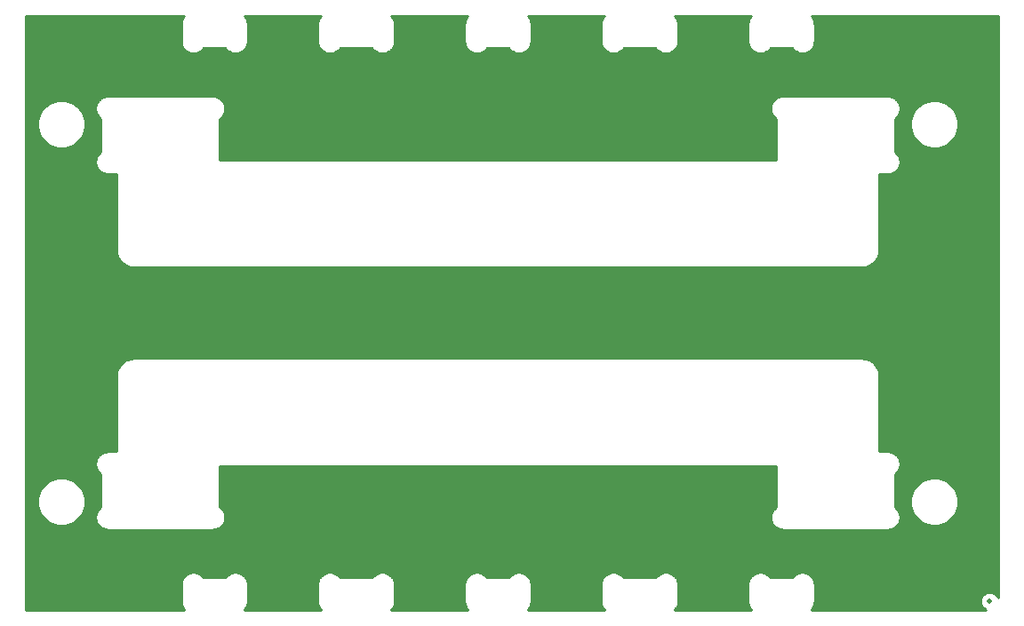
<source format=gtl>
G04 #@! TF.GenerationSoftware,KiCad,Pcbnew,(5.1.6-0-10_14)*
G04 #@! TF.CreationDate,2021-06-29T11:14:14+09:00*
G04 #@! TF.ProjectId,qPCR-holder,71504352-2d68-46f6-9c64-65722e6b6963,rev?*
G04 #@! TF.SameCoordinates,Original*
G04 #@! TF.FileFunction,Copper,L1,Top*
G04 #@! TF.FilePolarity,Positive*
%FSLAX46Y46*%
G04 Gerber Fmt 4.6, Leading zero omitted, Abs format (unit mm)*
G04 Created by KiCad (PCBNEW (5.1.6-0-10_14)) date 2021-06-29 11:14:14*
%MOMM*%
%LPD*%
G01*
G04 APERTURE LIST*
G04 #@! TA.AperFunction,SMDPad,CuDef*
%ADD10C,0.500000*%
G04 #@! TD*
G04 #@! TA.AperFunction,ViaPad*
%ADD11C,0.800000*%
G04 #@! TD*
G04 #@! TA.AperFunction,Conductor*
%ADD12C,0.254000*%
G04 #@! TD*
G04 APERTURE END LIST*
D10*
G04 #@! TO.P,FID1,~*
G04 #@! TO.N,N/C*
X212500000Y-127000000D03*
G04 #@! TD*
D11*
G04 #@! TO.N,GND*
X209000000Y-124500000D03*
X204500000Y-124500000D03*
G04 #@! TD*
D12*
G04 #@! TO.N,GND*
G36*
X135770474Y-71208892D02*
G01*
X135764378Y-71216261D01*
X135702703Y-71291882D01*
X135668335Y-71343611D01*
X135633270Y-71394822D01*
X135628724Y-71403230D01*
X135628721Y-71403234D01*
X135628721Y-71403235D01*
X135582909Y-71489394D01*
X135559250Y-71546794D01*
X135534793Y-71603856D01*
X135531965Y-71612992D01*
X135503760Y-71706410D01*
X135491699Y-71767322D01*
X135478792Y-71828046D01*
X135477792Y-71837558D01*
X135468473Y-71932607D01*
X135465000Y-71967871D01*
X135465001Y-73635164D01*
X135468085Y-73666471D01*
X135468068Y-73671218D01*
X135469035Y-73680733D01*
X135473901Y-73725525D01*
X135474913Y-73735800D01*
X135475075Y-73736335D01*
X135479574Y-73777746D01*
X135492268Y-73838509D01*
X135504116Y-73899461D01*
X135506912Y-73908607D01*
X135536093Y-74001724D01*
X135560350Y-74058868D01*
X135583810Y-74116356D01*
X135588329Y-74124786D01*
X135635042Y-74210462D01*
X135669931Y-74261799D01*
X135704114Y-74313641D01*
X135710185Y-74321032D01*
X135772649Y-74396004D01*
X135816840Y-74439582D01*
X135860452Y-74483807D01*
X135867843Y-74489878D01*
X135943679Y-74551288D01*
X135995535Y-74585480D01*
X136046853Y-74620356D01*
X136055282Y-74624876D01*
X136055287Y-74624878D01*
X136055289Y-74624880D01*
X136055292Y-74624881D01*
X136141602Y-74670388D01*
X136199097Y-74693852D01*
X136256239Y-74718107D01*
X136265386Y-74720904D01*
X136358902Y-74748782D01*
X136419875Y-74760633D01*
X136480619Y-74773323D01*
X136490134Y-74774290D01*
X136587283Y-74783473D01*
X136649384Y-74783256D01*
X136711444Y-74783906D01*
X136720966Y-74783007D01*
X136818050Y-74773146D01*
X136878920Y-74760872D01*
X136939937Y-74749453D01*
X136949102Y-74746721D01*
X137042421Y-74718191D01*
X137099758Y-74694324D01*
X137157382Y-74671276D01*
X137165842Y-74666816D01*
X137251844Y-74620703D01*
X137303462Y-74586147D01*
X137355508Y-74552348D01*
X137362941Y-74546329D01*
X137438346Y-74484390D01*
X137438348Y-74484388D01*
X137464129Y-74463230D01*
X137640842Y-74286517D01*
X139659157Y-74286517D01*
X139835870Y-74463230D01*
X139860187Y-74483187D01*
X139863532Y-74486555D01*
X139870943Y-74492600D01*
X139906128Y-74520890D01*
X139914039Y-74527382D01*
X139914528Y-74527643D01*
X139946993Y-74553746D01*
X139998935Y-74587736D01*
X140050413Y-74622458D01*
X140058858Y-74626948D01*
X140145336Y-74672158D01*
X140202894Y-74695413D01*
X140260135Y-74719475D01*
X140269291Y-74722240D01*
X140362904Y-74749792D01*
X140423903Y-74761428D01*
X140484709Y-74773909D01*
X140494227Y-74774843D01*
X140591410Y-74783687D01*
X140653492Y-74783253D01*
X140715573Y-74783687D01*
X140725092Y-74782754D01*
X140822140Y-74772554D01*
X140883004Y-74760060D01*
X140943949Y-74748434D01*
X140953097Y-74745672D01*
X140953099Y-74745672D01*
X140953101Y-74745671D01*
X140953105Y-74745670D01*
X141046323Y-74716813D01*
X141103543Y-74692759D01*
X141161110Y-74669501D01*
X141169555Y-74665011D01*
X141255394Y-74618599D01*
X141306861Y-74583885D01*
X141358822Y-74549882D01*
X141366233Y-74543838D01*
X141441422Y-74481636D01*
X141485174Y-74437578D01*
X141529529Y-74394141D01*
X141535626Y-74386772D01*
X141597301Y-74311150D01*
X141631679Y-74259406D01*
X141666728Y-74208219D01*
X141671277Y-74199806D01*
X141717091Y-74113646D01*
X141740758Y-74056225D01*
X141765209Y-73999177D01*
X141768038Y-73990041D01*
X141796243Y-73896622D01*
X141808313Y-73835663D01*
X141821210Y-73774987D01*
X141822210Y-73765475D01*
X141831732Y-73668358D01*
X141831732Y-73668344D01*
X141835000Y-73635164D01*
X141835000Y-71967870D01*
X141831915Y-71936553D01*
X141831932Y-71931816D01*
X141830965Y-71922301D01*
X141826110Y-71877612D01*
X141825088Y-71867234D01*
X141824924Y-71866693D01*
X141820426Y-71825289D01*
X141807733Y-71764533D01*
X141795884Y-71703573D01*
X141793088Y-71694426D01*
X141763907Y-71601310D01*
X141739641Y-71544142D01*
X141716190Y-71486678D01*
X141711671Y-71478249D01*
X141664959Y-71392572D01*
X141630052Y-71341208D01*
X141595886Y-71289393D01*
X141589816Y-71282002D01*
X141527351Y-71207030D01*
X141505011Y-71185000D01*
X148794872Y-71185000D01*
X148770474Y-71208892D01*
X148764378Y-71216261D01*
X148702703Y-71291882D01*
X148668335Y-71343611D01*
X148633270Y-71394822D01*
X148628724Y-71403230D01*
X148628721Y-71403234D01*
X148628721Y-71403235D01*
X148582909Y-71489394D01*
X148559250Y-71546794D01*
X148534793Y-71603856D01*
X148531965Y-71612992D01*
X148503760Y-71706410D01*
X148491699Y-71767322D01*
X148478792Y-71828046D01*
X148477792Y-71837558D01*
X148468270Y-71934676D01*
X148465001Y-71967870D01*
X148465000Y-73635163D01*
X148468085Y-73666480D01*
X148468068Y-73671218D01*
X148469035Y-73680733D01*
X148473891Y-73725436D01*
X148474912Y-73735799D01*
X148475076Y-73736339D01*
X148479574Y-73777746D01*
X148492268Y-73838509D01*
X148504116Y-73899461D01*
X148506912Y-73908607D01*
X148536093Y-74001724D01*
X148560350Y-74058868D01*
X148583810Y-74116356D01*
X148588329Y-74124786D01*
X148635042Y-74210462D01*
X148669931Y-74261799D01*
X148704114Y-74313641D01*
X148710185Y-74321032D01*
X148772649Y-74396004D01*
X148816840Y-74439582D01*
X148860452Y-74483807D01*
X148867843Y-74489878D01*
X148943679Y-74551288D01*
X148995535Y-74585480D01*
X149046853Y-74620356D01*
X149055282Y-74624876D01*
X149055287Y-74624878D01*
X149055289Y-74624880D01*
X149055292Y-74624881D01*
X149141602Y-74670388D01*
X149199097Y-74693852D01*
X149256239Y-74718107D01*
X149265386Y-74720904D01*
X149358902Y-74748782D01*
X149419875Y-74760633D01*
X149480619Y-74773323D01*
X149490134Y-74774290D01*
X149587283Y-74783473D01*
X149649384Y-74783256D01*
X149711444Y-74783906D01*
X149720966Y-74783007D01*
X149818050Y-74773146D01*
X149878920Y-74760872D01*
X149939937Y-74749453D01*
X149949102Y-74746721D01*
X150042421Y-74718191D01*
X150099758Y-74694324D01*
X150157382Y-74671276D01*
X150165842Y-74666816D01*
X150251844Y-74620703D01*
X150303462Y-74586147D01*
X150355508Y-74552348D01*
X150362941Y-74546329D01*
X150438346Y-74484390D01*
X150438348Y-74484388D01*
X150464129Y-74463230D01*
X150640842Y-74286517D01*
X153659157Y-74286517D01*
X153835870Y-74463230D01*
X153860187Y-74483187D01*
X153863532Y-74486555D01*
X153870943Y-74492600D01*
X153906128Y-74520890D01*
X153914039Y-74527382D01*
X153914528Y-74527643D01*
X153946993Y-74553746D01*
X153998935Y-74587736D01*
X154050413Y-74622458D01*
X154058858Y-74626948D01*
X154145336Y-74672158D01*
X154202894Y-74695413D01*
X154260135Y-74719475D01*
X154269291Y-74722240D01*
X154362904Y-74749792D01*
X154423903Y-74761428D01*
X154484709Y-74773909D01*
X154494227Y-74774843D01*
X154591410Y-74783687D01*
X154653492Y-74783253D01*
X154715573Y-74783687D01*
X154725092Y-74782754D01*
X154822140Y-74772554D01*
X154883004Y-74760060D01*
X154943949Y-74748434D01*
X154953097Y-74745672D01*
X154953099Y-74745672D01*
X154953101Y-74745671D01*
X154953105Y-74745670D01*
X155046323Y-74716813D01*
X155103543Y-74692759D01*
X155161110Y-74669501D01*
X155169555Y-74665011D01*
X155255394Y-74618599D01*
X155306861Y-74583885D01*
X155358822Y-74549882D01*
X155366233Y-74543838D01*
X155441422Y-74481636D01*
X155485174Y-74437578D01*
X155529529Y-74394141D01*
X155535626Y-74386772D01*
X155597301Y-74311150D01*
X155631679Y-74259406D01*
X155666728Y-74208219D01*
X155671277Y-74199806D01*
X155717091Y-74113646D01*
X155740758Y-74056225D01*
X155765209Y-73999177D01*
X155768038Y-73990041D01*
X155796243Y-73896622D01*
X155808313Y-73835663D01*
X155821210Y-73774987D01*
X155822210Y-73765475D01*
X155831732Y-73668358D01*
X155831732Y-73668344D01*
X155835000Y-73635164D01*
X155835000Y-71967870D01*
X155831915Y-71936553D01*
X155831932Y-71931816D01*
X155830965Y-71922301D01*
X155826110Y-71877612D01*
X155825088Y-71867234D01*
X155824924Y-71866693D01*
X155820426Y-71825289D01*
X155807733Y-71764533D01*
X155795884Y-71703573D01*
X155793088Y-71694426D01*
X155763907Y-71601310D01*
X155739641Y-71544142D01*
X155716190Y-71486678D01*
X155711671Y-71478249D01*
X155664959Y-71392572D01*
X155630052Y-71341208D01*
X155595886Y-71289393D01*
X155589816Y-71282002D01*
X155527351Y-71207030D01*
X155505011Y-71185000D01*
X162794872Y-71185000D01*
X162770474Y-71208892D01*
X162764378Y-71216261D01*
X162702703Y-71291882D01*
X162668335Y-71343611D01*
X162633270Y-71394822D01*
X162628724Y-71403230D01*
X162628721Y-71403234D01*
X162628721Y-71403235D01*
X162582909Y-71489394D01*
X162559250Y-71546794D01*
X162534793Y-71603856D01*
X162531965Y-71612992D01*
X162503760Y-71706410D01*
X162491699Y-71767322D01*
X162478792Y-71828046D01*
X162477792Y-71837558D01*
X162468473Y-71932607D01*
X162465000Y-71967871D01*
X162465001Y-73635164D01*
X162468085Y-73666471D01*
X162468068Y-73671218D01*
X162469035Y-73680733D01*
X162473901Y-73725525D01*
X162474913Y-73735800D01*
X162475075Y-73736335D01*
X162479574Y-73777746D01*
X162492268Y-73838509D01*
X162504116Y-73899461D01*
X162506912Y-73908607D01*
X162536093Y-74001724D01*
X162560350Y-74058868D01*
X162583810Y-74116356D01*
X162588329Y-74124786D01*
X162635042Y-74210462D01*
X162669931Y-74261799D01*
X162704114Y-74313641D01*
X162710185Y-74321032D01*
X162772649Y-74396004D01*
X162816840Y-74439582D01*
X162860452Y-74483807D01*
X162867843Y-74489878D01*
X162943679Y-74551288D01*
X162995535Y-74585480D01*
X163046853Y-74620356D01*
X163055282Y-74624876D01*
X163055287Y-74624878D01*
X163055289Y-74624880D01*
X163055292Y-74624881D01*
X163141602Y-74670388D01*
X163199097Y-74693852D01*
X163256239Y-74718107D01*
X163265386Y-74720904D01*
X163358902Y-74748782D01*
X163419875Y-74760633D01*
X163480619Y-74773323D01*
X163490134Y-74774290D01*
X163587283Y-74783473D01*
X163649384Y-74783256D01*
X163711444Y-74783906D01*
X163720966Y-74783007D01*
X163818050Y-74773146D01*
X163878920Y-74760872D01*
X163939937Y-74749453D01*
X163949102Y-74746721D01*
X164042421Y-74718191D01*
X164099758Y-74694324D01*
X164157382Y-74671276D01*
X164165842Y-74666816D01*
X164251844Y-74620703D01*
X164303462Y-74586147D01*
X164355508Y-74552348D01*
X164362941Y-74546329D01*
X164438346Y-74484390D01*
X164438348Y-74484388D01*
X164464129Y-74463230D01*
X164640842Y-74286517D01*
X166659157Y-74286517D01*
X166835870Y-74463230D01*
X166860187Y-74483187D01*
X166863532Y-74486555D01*
X166870943Y-74492600D01*
X166906128Y-74520890D01*
X166914039Y-74527382D01*
X166914528Y-74527643D01*
X166946993Y-74553746D01*
X166998935Y-74587736D01*
X167050413Y-74622458D01*
X167058858Y-74626948D01*
X167145336Y-74672158D01*
X167202894Y-74695413D01*
X167260135Y-74719475D01*
X167269291Y-74722240D01*
X167362904Y-74749792D01*
X167423903Y-74761428D01*
X167484709Y-74773909D01*
X167494227Y-74774843D01*
X167591410Y-74783687D01*
X167653492Y-74783253D01*
X167715573Y-74783687D01*
X167725092Y-74782754D01*
X167822140Y-74772554D01*
X167883004Y-74760060D01*
X167943949Y-74748434D01*
X167953097Y-74745672D01*
X167953099Y-74745672D01*
X167953101Y-74745671D01*
X167953105Y-74745670D01*
X168046323Y-74716813D01*
X168103543Y-74692759D01*
X168161110Y-74669501D01*
X168169555Y-74665011D01*
X168255394Y-74618599D01*
X168306861Y-74583885D01*
X168358822Y-74549882D01*
X168366233Y-74543838D01*
X168441422Y-74481636D01*
X168485174Y-74437578D01*
X168529529Y-74394141D01*
X168535626Y-74386772D01*
X168597301Y-74311150D01*
X168631679Y-74259406D01*
X168666728Y-74208219D01*
X168671277Y-74199806D01*
X168717091Y-74113646D01*
X168740758Y-74056225D01*
X168765209Y-73999177D01*
X168768038Y-73990041D01*
X168796243Y-73896622D01*
X168808313Y-73835663D01*
X168821210Y-73774987D01*
X168822210Y-73765475D01*
X168831732Y-73668358D01*
X168831732Y-73668344D01*
X168835000Y-73635164D01*
X168835000Y-71967870D01*
X168831915Y-71936553D01*
X168831932Y-71931816D01*
X168830965Y-71922301D01*
X168826110Y-71877612D01*
X168825088Y-71867234D01*
X168824924Y-71866693D01*
X168820426Y-71825289D01*
X168807733Y-71764533D01*
X168795884Y-71703573D01*
X168793088Y-71694426D01*
X168763907Y-71601310D01*
X168739641Y-71544142D01*
X168716190Y-71486678D01*
X168711671Y-71478249D01*
X168664959Y-71392572D01*
X168630052Y-71341208D01*
X168595886Y-71289393D01*
X168589816Y-71282002D01*
X168527351Y-71207030D01*
X168505011Y-71185000D01*
X175794872Y-71185000D01*
X175770474Y-71208892D01*
X175764378Y-71216261D01*
X175702703Y-71291882D01*
X175668335Y-71343611D01*
X175633270Y-71394822D01*
X175628724Y-71403230D01*
X175628721Y-71403234D01*
X175628721Y-71403235D01*
X175582909Y-71489394D01*
X175559250Y-71546794D01*
X175534793Y-71603856D01*
X175531965Y-71612992D01*
X175503760Y-71706410D01*
X175491699Y-71767322D01*
X175478792Y-71828046D01*
X175477792Y-71837558D01*
X175468270Y-71934676D01*
X175465001Y-71967870D01*
X175465000Y-73635163D01*
X175468085Y-73666480D01*
X175468068Y-73671218D01*
X175469035Y-73680733D01*
X175473891Y-73725436D01*
X175474912Y-73735799D01*
X175475076Y-73736339D01*
X175479574Y-73777746D01*
X175492268Y-73838509D01*
X175504116Y-73899461D01*
X175506912Y-73908607D01*
X175536093Y-74001724D01*
X175560350Y-74058868D01*
X175583810Y-74116356D01*
X175588329Y-74124786D01*
X175635042Y-74210462D01*
X175669931Y-74261799D01*
X175704114Y-74313641D01*
X175710185Y-74321032D01*
X175772649Y-74396004D01*
X175816840Y-74439582D01*
X175860452Y-74483807D01*
X175867843Y-74489878D01*
X175943679Y-74551288D01*
X175995535Y-74585480D01*
X176046853Y-74620356D01*
X176055282Y-74624876D01*
X176055287Y-74624878D01*
X176055289Y-74624880D01*
X176055292Y-74624881D01*
X176141602Y-74670388D01*
X176199097Y-74693852D01*
X176256239Y-74718107D01*
X176265386Y-74720904D01*
X176358902Y-74748782D01*
X176419875Y-74760633D01*
X176480619Y-74773323D01*
X176490134Y-74774290D01*
X176587283Y-74783473D01*
X176649384Y-74783256D01*
X176711444Y-74783906D01*
X176720966Y-74783007D01*
X176818050Y-74773146D01*
X176878920Y-74760872D01*
X176939937Y-74749453D01*
X176949102Y-74746721D01*
X177042421Y-74718191D01*
X177099758Y-74694324D01*
X177157382Y-74671276D01*
X177165842Y-74666816D01*
X177251844Y-74620703D01*
X177303462Y-74586147D01*
X177355508Y-74552348D01*
X177362941Y-74546329D01*
X177438346Y-74484390D01*
X177438348Y-74484388D01*
X177464129Y-74463230D01*
X177640842Y-74286517D01*
X180659157Y-74286517D01*
X180835870Y-74463230D01*
X180860187Y-74483187D01*
X180863532Y-74486555D01*
X180870943Y-74492600D01*
X180906128Y-74520890D01*
X180914039Y-74527382D01*
X180914528Y-74527643D01*
X180946993Y-74553746D01*
X180998935Y-74587736D01*
X181050413Y-74622458D01*
X181058858Y-74626948D01*
X181145336Y-74672158D01*
X181202894Y-74695413D01*
X181260135Y-74719475D01*
X181269291Y-74722240D01*
X181362904Y-74749792D01*
X181423903Y-74761428D01*
X181484709Y-74773909D01*
X181494227Y-74774843D01*
X181591410Y-74783687D01*
X181653492Y-74783253D01*
X181715573Y-74783687D01*
X181725092Y-74782754D01*
X181822140Y-74772554D01*
X181883004Y-74760060D01*
X181943949Y-74748434D01*
X181953097Y-74745672D01*
X181953099Y-74745672D01*
X181953101Y-74745671D01*
X181953105Y-74745670D01*
X182046323Y-74716813D01*
X182103543Y-74692759D01*
X182161110Y-74669501D01*
X182169555Y-74665011D01*
X182255394Y-74618599D01*
X182306861Y-74583885D01*
X182358822Y-74549882D01*
X182366233Y-74543838D01*
X182441422Y-74481636D01*
X182485174Y-74437578D01*
X182529529Y-74394141D01*
X182535626Y-74386772D01*
X182597301Y-74311150D01*
X182631679Y-74259406D01*
X182666728Y-74208219D01*
X182671277Y-74199806D01*
X182717091Y-74113646D01*
X182740758Y-74056225D01*
X182765209Y-73999177D01*
X182768038Y-73990041D01*
X182796243Y-73896622D01*
X182808313Y-73835663D01*
X182821210Y-73774987D01*
X182822210Y-73765475D01*
X182831732Y-73668358D01*
X182831732Y-73668344D01*
X182835000Y-73635164D01*
X182835000Y-71967870D01*
X182831915Y-71936553D01*
X182831932Y-71931816D01*
X182830965Y-71922301D01*
X182826110Y-71877612D01*
X182825088Y-71867234D01*
X182824924Y-71866693D01*
X182820426Y-71825289D01*
X182807733Y-71764533D01*
X182795884Y-71703573D01*
X182793088Y-71694426D01*
X182763907Y-71601310D01*
X182739641Y-71544142D01*
X182716190Y-71486678D01*
X182711671Y-71478249D01*
X182664959Y-71392572D01*
X182630052Y-71341208D01*
X182595886Y-71289393D01*
X182589816Y-71282002D01*
X182527351Y-71207030D01*
X182505011Y-71185000D01*
X189794872Y-71185000D01*
X189770474Y-71208892D01*
X189764378Y-71216261D01*
X189702703Y-71291882D01*
X189668335Y-71343611D01*
X189633270Y-71394822D01*
X189628724Y-71403230D01*
X189628721Y-71403234D01*
X189628721Y-71403235D01*
X189582909Y-71489394D01*
X189559250Y-71546794D01*
X189534793Y-71603856D01*
X189531965Y-71612992D01*
X189503760Y-71706410D01*
X189491699Y-71767322D01*
X189478792Y-71828046D01*
X189477792Y-71837558D01*
X189468473Y-71932607D01*
X189465000Y-71967871D01*
X189465001Y-73635164D01*
X189468085Y-73666471D01*
X189468068Y-73671218D01*
X189469035Y-73680733D01*
X189473901Y-73725525D01*
X189474913Y-73735800D01*
X189475075Y-73736335D01*
X189479574Y-73777746D01*
X189492268Y-73838509D01*
X189504116Y-73899461D01*
X189506912Y-73908607D01*
X189536093Y-74001724D01*
X189560350Y-74058868D01*
X189583810Y-74116356D01*
X189588329Y-74124786D01*
X189635042Y-74210462D01*
X189669931Y-74261799D01*
X189704114Y-74313641D01*
X189710185Y-74321032D01*
X189772649Y-74396004D01*
X189816840Y-74439582D01*
X189860452Y-74483807D01*
X189867843Y-74489878D01*
X189943679Y-74551288D01*
X189995535Y-74585480D01*
X190046853Y-74620356D01*
X190055282Y-74624876D01*
X190055287Y-74624878D01*
X190055289Y-74624880D01*
X190055292Y-74624881D01*
X190141602Y-74670388D01*
X190199097Y-74693852D01*
X190256239Y-74718107D01*
X190265386Y-74720904D01*
X190358902Y-74748782D01*
X190419875Y-74760633D01*
X190480619Y-74773323D01*
X190490134Y-74774290D01*
X190587283Y-74783473D01*
X190649384Y-74783256D01*
X190711444Y-74783906D01*
X190720966Y-74783007D01*
X190818050Y-74773146D01*
X190878920Y-74760872D01*
X190939937Y-74749453D01*
X190949102Y-74746721D01*
X191042421Y-74718191D01*
X191099758Y-74694324D01*
X191157382Y-74671276D01*
X191165842Y-74666816D01*
X191251844Y-74620703D01*
X191303462Y-74586147D01*
X191355508Y-74552348D01*
X191362941Y-74546329D01*
X191438346Y-74484390D01*
X191438348Y-74484388D01*
X191464129Y-74463230D01*
X191640842Y-74286517D01*
X193659157Y-74286517D01*
X193835870Y-74463230D01*
X193860187Y-74483187D01*
X193863532Y-74486555D01*
X193870943Y-74492600D01*
X193906128Y-74520890D01*
X193914039Y-74527382D01*
X193914528Y-74527643D01*
X193946993Y-74553746D01*
X193998935Y-74587736D01*
X194050413Y-74622458D01*
X194058858Y-74626948D01*
X194145336Y-74672158D01*
X194202894Y-74695413D01*
X194260135Y-74719475D01*
X194269291Y-74722240D01*
X194362904Y-74749792D01*
X194423903Y-74761428D01*
X194484709Y-74773909D01*
X194494227Y-74774843D01*
X194591410Y-74783687D01*
X194653492Y-74783253D01*
X194715573Y-74783687D01*
X194725092Y-74782754D01*
X194822140Y-74772554D01*
X194883004Y-74760060D01*
X194943949Y-74748434D01*
X194953097Y-74745672D01*
X194953099Y-74745672D01*
X194953101Y-74745671D01*
X194953105Y-74745670D01*
X195046323Y-74716813D01*
X195103543Y-74692759D01*
X195161110Y-74669501D01*
X195169555Y-74665011D01*
X195255394Y-74618599D01*
X195306861Y-74583885D01*
X195358822Y-74549882D01*
X195366233Y-74543838D01*
X195441422Y-74481636D01*
X195485174Y-74437578D01*
X195529529Y-74394141D01*
X195535626Y-74386772D01*
X195597301Y-74311150D01*
X195631679Y-74259406D01*
X195666728Y-74208219D01*
X195671277Y-74199806D01*
X195717091Y-74113646D01*
X195740758Y-74056225D01*
X195765209Y-73999177D01*
X195768038Y-73990041D01*
X195796243Y-73896622D01*
X195808313Y-73835663D01*
X195821210Y-73774987D01*
X195822210Y-73765475D01*
X195831732Y-73668358D01*
X195831732Y-73668344D01*
X195835000Y-73635164D01*
X195835000Y-71967870D01*
X195831915Y-71936553D01*
X195831932Y-71931816D01*
X195830965Y-71922301D01*
X195826110Y-71877612D01*
X195825088Y-71867234D01*
X195824924Y-71866693D01*
X195820426Y-71825289D01*
X195807733Y-71764533D01*
X195795884Y-71703573D01*
X195793088Y-71694426D01*
X195763907Y-71601310D01*
X195739641Y-71544142D01*
X195716190Y-71486678D01*
X195711671Y-71478249D01*
X195664959Y-71392572D01*
X195630052Y-71341208D01*
X195595886Y-71289393D01*
X195589816Y-71282002D01*
X195527351Y-71207030D01*
X195505011Y-71185000D01*
X213315000Y-71185000D01*
X213315001Y-126654970D01*
X213284277Y-126580795D01*
X213187424Y-126435845D01*
X213064155Y-126312576D01*
X212919205Y-126215723D01*
X212758145Y-126149010D01*
X212587165Y-126115000D01*
X212412835Y-126115000D01*
X212241855Y-126149010D01*
X212080795Y-126215723D01*
X211935845Y-126312576D01*
X211812576Y-126435845D01*
X211715723Y-126580795D01*
X211649010Y-126741855D01*
X211615000Y-126912835D01*
X211615000Y-127087165D01*
X211649010Y-127258145D01*
X211715723Y-127419205D01*
X211812576Y-127564155D01*
X211935845Y-127687424D01*
X212080795Y-127784277D01*
X212154967Y-127815000D01*
X195505130Y-127815000D01*
X195529522Y-127791114D01*
X195535618Y-127783744D01*
X195535623Y-127783739D01*
X195535627Y-127783733D01*
X195597294Y-127708123D01*
X195631632Y-127656442D01*
X195666733Y-127605177D01*
X195671282Y-127596764D01*
X195717094Y-127510603D01*
X195740758Y-127453187D01*
X195765208Y-127396144D01*
X195768036Y-127387008D01*
X195796241Y-127293590D01*
X195808303Y-127232670D01*
X195821209Y-127171953D01*
X195822209Y-127162441D01*
X195831731Y-127065324D01*
X195831731Y-127065320D01*
X195835000Y-127032130D01*
X195835000Y-125364836D01*
X195831916Y-125333529D01*
X195831933Y-125328789D01*
X195830967Y-125319274D01*
X195826094Y-125274410D01*
X195825088Y-125264200D01*
X195824927Y-125263669D01*
X195820429Y-125222262D01*
X195807738Y-125161509D01*
X195795885Y-125100535D01*
X195793089Y-125091389D01*
X195763906Y-124998270D01*
X195739643Y-124941112D01*
X195716191Y-124883643D01*
X195711672Y-124875214D01*
X195664960Y-124789537D01*
X195630053Y-124738173D01*
X195595887Y-124686358D01*
X195589817Y-124678967D01*
X195527352Y-124603995D01*
X195483146Y-124560402D01*
X195439553Y-124516196D01*
X195432163Y-124510125D01*
X195356326Y-124448714D01*
X195304514Y-124414550D01*
X195253143Y-124379639D01*
X195244714Y-124375119D01*
X195158394Y-124329608D01*
X195100885Y-124306139D01*
X195043762Y-124281892D01*
X195034615Y-124279095D01*
X194941099Y-124251217D01*
X194880150Y-124239370D01*
X194819389Y-124226676D01*
X194809873Y-124225709D01*
X194712724Y-124216525D01*
X194650646Y-124216742D01*
X194588550Y-124216092D01*
X194579028Y-124216992D01*
X194481943Y-124226854D01*
X194421102Y-124239122D01*
X194360065Y-124250545D01*
X194350900Y-124253277D01*
X194257580Y-124281807D01*
X194200243Y-124305674D01*
X194142614Y-124328724D01*
X194134161Y-124333181D01*
X194134157Y-124333183D01*
X194134154Y-124333185D01*
X194048154Y-124379298D01*
X193996585Y-124413821D01*
X193944495Y-124447648D01*
X193937062Y-124453667D01*
X193861656Y-124515606D01*
X193861646Y-124515616D01*
X193835870Y-124536770D01*
X193659157Y-124713483D01*
X191640842Y-124713483D01*
X191464129Y-124536770D01*
X191439812Y-124516814D01*
X191436468Y-124513446D01*
X191429057Y-124507401D01*
X191393883Y-124479120D01*
X191385960Y-124472618D01*
X191385470Y-124472356D01*
X191353007Y-124446255D01*
X191301053Y-124412257D01*
X191249584Y-124377542D01*
X191241139Y-124373051D01*
X191154660Y-124327841D01*
X191097125Y-124304596D01*
X191039866Y-124280526D01*
X191030710Y-124277762D01*
X190937098Y-124250210D01*
X190876115Y-124238577D01*
X190815292Y-124226092D01*
X190805773Y-124225158D01*
X190708591Y-124216314D01*
X190646509Y-124216748D01*
X190584427Y-124216314D01*
X190574909Y-124217247D01*
X190477860Y-124227447D01*
X190417017Y-124239936D01*
X190356058Y-124251565D01*
X190346902Y-124254329D01*
X190253683Y-124283185D01*
X190196434Y-124307251D01*
X190138881Y-124330504D01*
X190130436Y-124334994D01*
X190044598Y-124381406D01*
X189993115Y-124416133D01*
X189941179Y-124450119D01*
X189933767Y-124456163D01*
X189858579Y-124518365D01*
X189814818Y-124562432D01*
X189770478Y-124605853D01*
X189764381Y-124613222D01*
X189702706Y-124688843D01*
X189668368Y-124740524D01*
X189633267Y-124791789D01*
X189628718Y-124800202D01*
X189582906Y-124886363D01*
X189559242Y-124943779D01*
X189534792Y-125000822D01*
X189531964Y-125009958D01*
X189503759Y-125103376D01*
X189491698Y-125164288D01*
X189478791Y-125225012D01*
X189477791Y-125234524D01*
X189468269Y-125331642D01*
X189468269Y-125331656D01*
X189465001Y-125364836D01*
X189465000Y-127032129D01*
X189468085Y-127063446D01*
X189468068Y-127068184D01*
X189469035Y-127077699D01*
X189473891Y-127122402D01*
X189474912Y-127132765D01*
X189475076Y-127133305D01*
X189479574Y-127174712D01*
X189492268Y-127235475D01*
X189504116Y-127296427D01*
X189506912Y-127305573D01*
X189536093Y-127398690D01*
X189560350Y-127455834D01*
X189583810Y-127513322D01*
X189588329Y-127521752D01*
X189635042Y-127607428D01*
X189669931Y-127658765D01*
X189704114Y-127710607D01*
X189710185Y-127717998D01*
X189772649Y-127792970D01*
X189794989Y-127815000D01*
X182505130Y-127815000D01*
X182529522Y-127791114D01*
X182535618Y-127783744D01*
X182535623Y-127783739D01*
X182535627Y-127783733D01*
X182597294Y-127708123D01*
X182631632Y-127656442D01*
X182666733Y-127605177D01*
X182671282Y-127596764D01*
X182717094Y-127510603D01*
X182740758Y-127453187D01*
X182765208Y-127396144D01*
X182768036Y-127387008D01*
X182796241Y-127293590D01*
X182808303Y-127232670D01*
X182821209Y-127171953D01*
X182822209Y-127162441D01*
X182831731Y-127065324D01*
X182831731Y-127065320D01*
X182835000Y-127032130D01*
X182835000Y-125364836D01*
X182831916Y-125333529D01*
X182831933Y-125328789D01*
X182830967Y-125319274D01*
X182826094Y-125274410D01*
X182825088Y-125264200D01*
X182824927Y-125263669D01*
X182820429Y-125222262D01*
X182807738Y-125161509D01*
X182795885Y-125100535D01*
X182793089Y-125091389D01*
X182763906Y-124998270D01*
X182739643Y-124941112D01*
X182716191Y-124883643D01*
X182711672Y-124875214D01*
X182664960Y-124789537D01*
X182630053Y-124738173D01*
X182595887Y-124686358D01*
X182589817Y-124678967D01*
X182527352Y-124603995D01*
X182483146Y-124560402D01*
X182439553Y-124516196D01*
X182432163Y-124510125D01*
X182356326Y-124448714D01*
X182304514Y-124414550D01*
X182253143Y-124379639D01*
X182244714Y-124375119D01*
X182158394Y-124329608D01*
X182100885Y-124306139D01*
X182043762Y-124281892D01*
X182034615Y-124279095D01*
X181941099Y-124251217D01*
X181880150Y-124239370D01*
X181819389Y-124226676D01*
X181809873Y-124225709D01*
X181712724Y-124216525D01*
X181650646Y-124216742D01*
X181588550Y-124216092D01*
X181579028Y-124216992D01*
X181481943Y-124226854D01*
X181421102Y-124239122D01*
X181360065Y-124250545D01*
X181350900Y-124253277D01*
X181257580Y-124281807D01*
X181200243Y-124305674D01*
X181142614Y-124328724D01*
X181134161Y-124333181D01*
X181134157Y-124333183D01*
X181134154Y-124333185D01*
X181048154Y-124379298D01*
X180996585Y-124413821D01*
X180944495Y-124447648D01*
X180937062Y-124453667D01*
X180861656Y-124515606D01*
X180861646Y-124515616D01*
X180835870Y-124536770D01*
X180659157Y-124713483D01*
X177640842Y-124713483D01*
X177464129Y-124536770D01*
X177439812Y-124516814D01*
X177436468Y-124513446D01*
X177429057Y-124507401D01*
X177393883Y-124479120D01*
X177385960Y-124472618D01*
X177385470Y-124472356D01*
X177353007Y-124446255D01*
X177301053Y-124412257D01*
X177249584Y-124377542D01*
X177241139Y-124373051D01*
X177154660Y-124327841D01*
X177097125Y-124304596D01*
X177039866Y-124280526D01*
X177030710Y-124277762D01*
X176937098Y-124250210D01*
X176876115Y-124238577D01*
X176815292Y-124226092D01*
X176805773Y-124225158D01*
X176708591Y-124216314D01*
X176646509Y-124216748D01*
X176584427Y-124216314D01*
X176574909Y-124217247D01*
X176477860Y-124227447D01*
X176417017Y-124239936D01*
X176356058Y-124251565D01*
X176346902Y-124254329D01*
X176253683Y-124283185D01*
X176196434Y-124307251D01*
X176138881Y-124330504D01*
X176130436Y-124334994D01*
X176044598Y-124381406D01*
X175993115Y-124416133D01*
X175941179Y-124450119D01*
X175933767Y-124456163D01*
X175858579Y-124518365D01*
X175814818Y-124562432D01*
X175770478Y-124605853D01*
X175764381Y-124613222D01*
X175702706Y-124688843D01*
X175668368Y-124740524D01*
X175633267Y-124791789D01*
X175628718Y-124800202D01*
X175582906Y-124886363D01*
X175559242Y-124943779D01*
X175534792Y-125000822D01*
X175531964Y-125009958D01*
X175503759Y-125103376D01*
X175491698Y-125164288D01*
X175478791Y-125225012D01*
X175477791Y-125234524D01*
X175468269Y-125331642D01*
X175465000Y-125364837D01*
X175465001Y-127032130D01*
X175468085Y-127063437D01*
X175468068Y-127068184D01*
X175469035Y-127077699D01*
X175473901Y-127122491D01*
X175474913Y-127132766D01*
X175475075Y-127133301D01*
X175479574Y-127174712D01*
X175492268Y-127235475D01*
X175504116Y-127296427D01*
X175506912Y-127305573D01*
X175536093Y-127398690D01*
X175560350Y-127455834D01*
X175583810Y-127513322D01*
X175588329Y-127521752D01*
X175635042Y-127607428D01*
X175669931Y-127658765D01*
X175704114Y-127710607D01*
X175710185Y-127717998D01*
X175772649Y-127792970D01*
X175794989Y-127815000D01*
X168505130Y-127815000D01*
X168529522Y-127791114D01*
X168535618Y-127783744D01*
X168535623Y-127783739D01*
X168535627Y-127783733D01*
X168597294Y-127708123D01*
X168631632Y-127656442D01*
X168666733Y-127605177D01*
X168671282Y-127596764D01*
X168717094Y-127510603D01*
X168740758Y-127453187D01*
X168765208Y-127396144D01*
X168768036Y-127387008D01*
X168796241Y-127293590D01*
X168808303Y-127232670D01*
X168821209Y-127171953D01*
X168822209Y-127162441D01*
X168831731Y-127065324D01*
X168831731Y-127065320D01*
X168835000Y-127032130D01*
X168835000Y-125364836D01*
X168831916Y-125333529D01*
X168831933Y-125328789D01*
X168830967Y-125319274D01*
X168826094Y-125274410D01*
X168825088Y-125264200D01*
X168824927Y-125263669D01*
X168820429Y-125222262D01*
X168807738Y-125161509D01*
X168795885Y-125100535D01*
X168793089Y-125091389D01*
X168763906Y-124998270D01*
X168739643Y-124941112D01*
X168716191Y-124883643D01*
X168711672Y-124875214D01*
X168664960Y-124789537D01*
X168630053Y-124738173D01*
X168595887Y-124686358D01*
X168589817Y-124678967D01*
X168527352Y-124603995D01*
X168483146Y-124560402D01*
X168439553Y-124516196D01*
X168432163Y-124510125D01*
X168356326Y-124448714D01*
X168304514Y-124414550D01*
X168253143Y-124379639D01*
X168244714Y-124375119D01*
X168158394Y-124329608D01*
X168100885Y-124306139D01*
X168043762Y-124281892D01*
X168034615Y-124279095D01*
X167941099Y-124251217D01*
X167880150Y-124239370D01*
X167819389Y-124226676D01*
X167809873Y-124225709D01*
X167712724Y-124216525D01*
X167650646Y-124216742D01*
X167588550Y-124216092D01*
X167579028Y-124216992D01*
X167481943Y-124226854D01*
X167421102Y-124239122D01*
X167360065Y-124250545D01*
X167350900Y-124253277D01*
X167257580Y-124281807D01*
X167200243Y-124305674D01*
X167142614Y-124328724D01*
X167134161Y-124333181D01*
X167134157Y-124333183D01*
X167134154Y-124333185D01*
X167048154Y-124379298D01*
X166996585Y-124413821D01*
X166944495Y-124447648D01*
X166937062Y-124453667D01*
X166861656Y-124515606D01*
X166861646Y-124515616D01*
X166835870Y-124536770D01*
X166659157Y-124713483D01*
X164640842Y-124713483D01*
X164464129Y-124536770D01*
X164439812Y-124516814D01*
X164436468Y-124513446D01*
X164429057Y-124507401D01*
X164393883Y-124479120D01*
X164385960Y-124472618D01*
X164385470Y-124472356D01*
X164353007Y-124446255D01*
X164301053Y-124412257D01*
X164249584Y-124377542D01*
X164241139Y-124373051D01*
X164154660Y-124327841D01*
X164097125Y-124304596D01*
X164039866Y-124280526D01*
X164030710Y-124277762D01*
X163937098Y-124250210D01*
X163876115Y-124238577D01*
X163815292Y-124226092D01*
X163805773Y-124225158D01*
X163708591Y-124216314D01*
X163646509Y-124216748D01*
X163584427Y-124216314D01*
X163574909Y-124217247D01*
X163477860Y-124227447D01*
X163417017Y-124239936D01*
X163356058Y-124251565D01*
X163346902Y-124254329D01*
X163253683Y-124283185D01*
X163196434Y-124307251D01*
X163138881Y-124330504D01*
X163130436Y-124334994D01*
X163044598Y-124381406D01*
X162993115Y-124416133D01*
X162941179Y-124450119D01*
X162933767Y-124456163D01*
X162858579Y-124518365D01*
X162814818Y-124562432D01*
X162770478Y-124605853D01*
X162764381Y-124613222D01*
X162702706Y-124688843D01*
X162668368Y-124740524D01*
X162633267Y-124791789D01*
X162628718Y-124800202D01*
X162582906Y-124886363D01*
X162559242Y-124943779D01*
X162534792Y-125000822D01*
X162531964Y-125009958D01*
X162503759Y-125103376D01*
X162491698Y-125164288D01*
X162478791Y-125225012D01*
X162477791Y-125234524D01*
X162468269Y-125331642D01*
X162468269Y-125331656D01*
X162465001Y-125364836D01*
X162465000Y-127032129D01*
X162468085Y-127063446D01*
X162468068Y-127068184D01*
X162469035Y-127077699D01*
X162473891Y-127122402D01*
X162474912Y-127132765D01*
X162475076Y-127133305D01*
X162479574Y-127174712D01*
X162492268Y-127235475D01*
X162504116Y-127296427D01*
X162506912Y-127305573D01*
X162536093Y-127398690D01*
X162560350Y-127455834D01*
X162583810Y-127513322D01*
X162588329Y-127521752D01*
X162635042Y-127607428D01*
X162669931Y-127658765D01*
X162704114Y-127710607D01*
X162710185Y-127717998D01*
X162772649Y-127792970D01*
X162794989Y-127815000D01*
X155505130Y-127815000D01*
X155529522Y-127791114D01*
X155535618Y-127783744D01*
X155535623Y-127783739D01*
X155535627Y-127783733D01*
X155597294Y-127708123D01*
X155631632Y-127656442D01*
X155666733Y-127605177D01*
X155671282Y-127596764D01*
X155717094Y-127510603D01*
X155740758Y-127453187D01*
X155765208Y-127396144D01*
X155768036Y-127387008D01*
X155796241Y-127293590D01*
X155808303Y-127232670D01*
X155821209Y-127171953D01*
X155822209Y-127162441D01*
X155831731Y-127065324D01*
X155831731Y-127065320D01*
X155835000Y-127032130D01*
X155835000Y-125364836D01*
X155831916Y-125333529D01*
X155831933Y-125328789D01*
X155830967Y-125319274D01*
X155826094Y-125274410D01*
X155825088Y-125264200D01*
X155824927Y-125263669D01*
X155820429Y-125222262D01*
X155807738Y-125161509D01*
X155795885Y-125100535D01*
X155793089Y-125091389D01*
X155763906Y-124998270D01*
X155739643Y-124941112D01*
X155716191Y-124883643D01*
X155711672Y-124875214D01*
X155664960Y-124789537D01*
X155630053Y-124738173D01*
X155595887Y-124686358D01*
X155589817Y-124678967D01*
X155527352Y-124603995D01*
X155483146Y-124560402D01*
X155439553Y-124516196D01*
X155432163Y-124510125D01*
X155356326Y-124448714D01*
X155304514Y-124414550D01*
X155253143Y-124379639D01*
X155244714Y-124375119D01*
X155158394Y-124329608D01*
X155100885Y-124306139D01*
X155043762Y-124281892D01*
X155034615Y-124279095D01*
X154941099Y-124251217D01*
X154880150Y-124239370D01*
X154819389Y-124226676D01*
X154809873Y-124225709D01*
X154712724Y-124216525D01*
X154650646Y-124216742D01*
X154588550Y-124216092D01*
X154579028Y-124216992D01*
X154481943Y-124226854D01*
X154421102Y-124239122D01*
X154360065Y-124250545D01*
X154350900Y-124253277D01*
X154257580Y-124281807D01*
X154200243Y-124305674D01*
X154142614Y-124328724D01*
X154134161Y-124333181D01*
X154134157Y-124333183D01*
X154134154Y-124333185D01*
X154048154Y-124379298D01*
X153996585Y-124413821D01*
X153944495Y-124447648D01*
X153937062Y-124453667D01*
X153861656Y-124515606D01*
X153861646Y-124515616D01*
X153835870Y-124536770D01*
X153659157Y-124713483D01*
X150640842Y-124713483D01*
X150464129Y-124536770D01*
X150439812Y-124516814D01*
X150436468Y-124513446D01*
X150429057Y-124507401D01*
X150393883Y-124479120D01*
X150385960Y-124472618D01*
X150385470Y-124472356D01*
X150353007Y-124446255D01*
X150301053Y-124412257D01*
X150249584Y-124377542D01*
X150241139Y-124373051D01*
X150154660Y-124327841D01*
X150097125Y-124304596D01*
X150039866Y-124280526D01*
X150030710Y-124277762D01*
X149937098Y-124250210D01*
X149876115Y-124238577D01*
X149815292Y-124226092D01*
X149805773Y-124225158D01*
X149708591Y-124216314D01*
X149646509Y-124216748D01*
X149584427Y-124216314D01*
X149574909Y-124217247D01*
X149477860Y-124227447D01*
X149417017Y-124239936D01*
X149356058Y-124251565D01*
X149346902Y-124254329D01*
X149253683Y-124283185D01*
X149196434Y-124307251D01*
X149138881Y-124330504D01*
X149130436Y-124334994D01*
X149044598Y-124381406D01*
X148993115Y-124416133D01*
X148941179Y-124450119D01*
X148933767Y-124456163D01*
X148858579Y-124518365D01*
X148814818Y-124562432D01*
X148770478Y-124605853D01*
X148764381Y-124613222D01*
X148702706Y-124688843D01*
X148668368Y-124740524D01*
X148633267Y-124791789D01*
X148628718Y-124800202D01*
X148582906Y-124886363D01*
X148559242Y-124943779D01*
X148534792Y-125000822D01*
X148531964Y-125009958D01*
X148503759Y-125103376D01*
X148491698Y-125164288D01*
X148478791Y-125225012D01*
X148477791Y-125234524D01*
X148468269Y-125331642D01*
X148465000Y-125364837D01*
X148465001Y-127032130D01*
X148468085Y-127063437D01*
X148468068Y-127068184D01*
X148469035Y-127077699D01*
X148473901Y-127122491D01*
X148474913Y-127132766D01*
X148475075Y-127133301D01*
X148479574Y-127174712D01*
X148492268Y-127235475D01*
X148504116Y-127296427D01*
X148506912Y-127305573D01*
X148536093Y-127398690D01*
X148560350Y-127455834D01*
X148583810Y-127513322D01*
X148588329Y-127521752D01*
X148635042Y-127607428D01*
X148669931Y-127658765D01*
X148704114Y-127710607D01*
X148710185Y-127717998D01*
X148772649Y-127792970D01*
X148794989Y-127815000D01*
X141505130Y-127815000D01*
X141529522Y-127791114D01*
X141535618Y-127783744D01*
X141535623Y-127783739D01*
X141535627Y-127783733D01*
X141597294Y-127708123D01*
X141631632Y-127656442D01*
X141666733Y-127605177D01*
X141671282Y-127596764D01*
X141717094Y-127510603D01*
X141740758Y-127453187D01*
X141765208Y-127396144D01*
X141768036Y-127387008D01*
X141796241Y-127293590D01*
X141808303Y-127232670D01*
X141821209Y-127171953D01*
X141822209Y-127162441D01*
X141831731Y-127065324D01*
X141831731Y-127065320D01*
X141835000Y-127032130D01*
X141835000Y-125364836D01*
X141831916Y-125333529D01*
X141831933Y-125328789D01*
X141830967Y-125319274D01*
X141826094Y-125274410D01*
X141825088Y-125264200D01*
X141824927Y-125263669D01*
X141820429Y-125222262D01*
X141807738Y-125161509D01*
X141795885Y-125100535D01*
X141793089Y-125091389D01*
X141763906Y-124998270D01*
X141739643Y-124941112D01*
X141716191Y-124883643D01*
X141711672Y-124875214D01*
X141664960Y-124789537D01*
X141630053Y-124738173D01*
X141595887Y-124686358D01*
X141589817Y-124678967D01*
X141527352Y-124603995D01*
X141483146Y-124560402D01*
X141439553Y-124516196D01*
X141432163Y-124510125D01*
X141356326Y-124448714D01*
X141304514Y-124414550D01*
X141253143Y-124379639D01*
X141244714Y-124375119D01*
X141158394Y-124329608D01*
X141100885Y-124306139D01*
X141043762Y-124281892D01*
X141034615Y-124279095D01*
X140941099Y-124251217D01*
X140880150Y-124239370D01*
X140819389Y-124226676D01*
X140809873Y-124225709D01*
X140712724Y-124216525D01*
X140650646Y-124216742D01*
X140588550Y-124216092D01*
X140579028Y-124216992D01*
X140481943Y-124226854D01*
X140421102Y-124239122D01*
X140360065Y-124250545D01*
X140350900Y-124253277D01*
X140257580Y-124281807D01*
X140200243Y-124305674D01*
X140142614Y-124328724D01*
X140134161Y-124333181D01*
X140134157Y-124333183D01*
X140134154Y-124333185D01*
X140048154Y-124379298D01*
X139996585Y-124413821D01*
X139944495Y-124447648D01*
X139937062Y-124453667D01*
X139861656Y-124515606D01*
X139861646Y-124515616D01*
X139835870Y-124536770D01*
X139659157Y-124713483D01*
X137640842Y-124713483D01*
X137464129Y-124536770D01*
X137439812Y-124516814D01*
X137436468Y-124513446D01*
X137429057Y-124507401D01*
X137393883Y-124479120D01*
X137385960Y-124472618D01*
X137385470Y-124472356D01*
X137353007Y-124446255D01*
X137301053Y-124412257D01*
X137249584Y-124377542D01*
X137241139Y-124373051D01*
X137154660Y-124327841D01*
X137097125Y-124304596D01*
X137039866Y-124280526D01*
X137030710Y-124277762D01*
X136937098Y-124250210D01*
X136876115Y-124238577D01*
X136815292Y-124226092D01*
X136805773Y-124225158D01*
X136708591Y-124216314D01*
X136646509Y-124216748D01*
X136584427Y-124216314D01*
X136574909Y-124217247D01*
X136477860Y-124227447D01*
X136417017Y-124239936D01*
X136356058Y-124251565D01*
X136346902Y-124254329D01*
X136253683Y-124283185D01*
X136196434Y-124307251D01*
X136138881Y-124330504D01*
X136130436Y-124334994D01*
X136044598Y-124381406D01*
X135993115Y-124416133D01*
X135941179Y-124450119D01*
X135933767Y-124456163D01*
X135858579Y-124518365D01*
X135814818Y-124562432D01*
X135770478Y-124605853D01*
X135764381Y-124613222D01*
X135702706Y-124688843D01*
X135668368Y-124740524D01*
X135633267Y-124791789D01*
X135628718Y-124800202D01*
X135582906Y-124886363D01*
X135559242Y-124943779D01*
X135534792Y-125000822D01*
X135531964Y-125009958D01*
X135503759Y-125103376D01*
X135491698Y-125164288D01*
X135478791Y-125225012D01*
X135477791Y-125234524D01*
X135468269Y-125331642D01*
X135468269Y-125331656D01*
X135465001Y-125364836D01*
X135465000Y-127032129D01*
X135468085Y-127063446D01*
X135468068Y-127068184D01*
X135469035Y-127077699D01*
X135473891Y-127122402D01*
X135474912Y-127132765D01*
X135475076Y-127133305D01*
X135479574Y-127174712D01*
X135492268Y-127235475D01*
X135504116Y-127296427D01*
X135506912Y-127305573D01*
X135536093Y-127398690D01*
X135560350Y-127455834D01*
X135583810Y-127513322D01*
X135588329Y-127521752D01*
X135635042Y-127607428D01*
X135669931Y-127658765D01*
X135704114Y-127710607D01*
X135710185Y-127717998D01*
X135772649Y-127792970D01*
X135794989Y-127815000D01*
X120685000Y-127815000D01*
X120685000Y-117273237D01*
X121770240Y-117273237D01*
X121770240Y-117725097D01*
X121858394Y-118168273D01*
X122031312Y-118585736D01*
X122282352Y-118961444D01*
X122601864Y-119280956D01*
X122977572Y-119531996D01*
X123395035Y-119704914D01*
X123838211Y-119793068D01*
X124290071Y-119793068D01*
X124733247Y-119704914D01*
X125150710Y-119531996D01*
X125526418Y-119280956D01*
X125845930Y-118961444D01*
X126096970Y-118585736D01*
X126269888Y-118168273D01*
X126358042Y-117725097D01*
X126358042Y-117273237D01*
X126269888Y-116830061D01*
X126096970Y-116412598D01*
X125845930Y-116036890D01*
X125526418Y-115717378D01*
X125150710Y-115466338D01*
X124733247Y-115293420D01*
X124290071Y-115205266D01*
X123838211Y-115205266D01*
X123395035Y-115293420D01*
X122977572Y-115466338D01*
X122601864Y-115717378D01*
X122282352Y-116036890D01*
X122031312Y-116412598D01*
X121858394Y-116830061D01*
X121770240Y-117273237D01*
X120685000Y-117273237D01*
X120685000Y-113959927D01*
X127317610Y-113959927D01*
X127318509Y-113969449D01*
X127328371Y-114066533D01*
X127340636Y-114127361D01*
X127352062Y-114188417D01*
X127354794Y-114197583D01*
X127383324Y-114290902D01*
X127407186Y-114348228D01*
X127430241Y-114405868D01*
X127434702Y-114414328D01*
X127480815Y-114500329D01*
X127515349Y-114551915D01*
X127549165Y-114603987D01*
X127555184Y-114611420D01*
X127617123Y-114686825D01*
X127617129Y-114686831D01*
X127638287Y-114712612D01*
X127815001Y-114889325D01*
X127815000Y-118007640D01*
X127638287Y-118184353D01*
X127618326Y-118208675D01*
X127614963Y-118212015D01*
X127608918Y-118219426D01*
X127580677Y-118254551D01*
X127574135Y-118262522D01*
X127573872Y-118263015D01*
X127547772Y-118295476D01*
X127513774Y-118347430D01*
X127479059Y-118398899D01*
X127474568Y-118407344D01*
X127429358Y-118493823D01*
X127406113Y-118551358D01*
X127382043Y-118608617D01*
X127379279Y-118617773D01*
X127351727Y-118711385D01*
X127340094Y-118772368D01*
X127327609Y-118833191D01*
X127326675Y-118842710D01*
X127317831Y-118939892D01*
X127318265Y-119001974D01*
X127317831Y-119064056D01*
X127318764Y-119073575D01*
X127328964Y-119170623D01*
X127341455Y-119231473D01*
X127353082Y-119292425D01*
X127355845Y-119301579D01*
X127355847Y-119301585D01*
X127384702Y-119394800D01*
X127408754Y-119452016D01*
X127432020Y-119509602D01*
X127436510Y-119518047D01*
X127482923Y-119603884D01*
X127517638Y-119655350D01*
X127551636Y-119707304D01*
X127557680Y-119714715D01*
X127619882Y-119789904D01*
X127663930Y-119833645D01*
X127707369Y-119878005D01*
X127714739Y-119884101D01*
X127714744Y-119884106D01*
X127714750Y-119884110D01*
X127790360Y-119945777D01*
X127842041Y-119980115D01*
X127893306Y-120015216D01*
X127901719Y-120019765D01*
X127987880Y-120065577D01*
X128045296Y-120089241D01*
X128102339Y-120113691D01*
X128111475Y-120116519D01*
X128204893Y-120144724D01*
X128265813Y-120156786D01*
X128326530Y-120169692D01*
X128336042Y-120170692D01*
X128433159Y-120180214D01*
X128433163Y-120180214D01*
X128466353Y-120183483D01*
X138533253Y-120183483D01*
X138564560Y-120180399D01*
X138569308Y-120180416D01*
X138578823Y-120179449D01*
X138623625Y-120174582D01*
X138633889Y-120173571D01*
X138634424Y-120173409D01*
X138675836Y-120168910D01*
X138736618Y-120156212D01*
X138797557Y-120144366D01*
X138806704Y-120141570D01*
X138899821Y-120112388D01*
X138956989Y-120088121D01*
X139014446Y-120064673D01*
X139022876Y-120060154D01*
X139108552Y-120013441D01*
X139159889Y-119978552D01*
X139211731Y-119944369D01*
X139219122Y-119938298D01*
X139294094Y-119875834D01*
X139337672Y-119831643D01*
X139381897Y-119788031D01*
X139387968Y-119780640D01*
X139449378Y-119704804D01*
X139483570Y-119652948D01*
X139518446Y-119601630D01*
X139522966Y-119593201D01*
X139568478Y-119506881D01*
X139591942Y-119449386D01*
X139616197Y-119392244D01*
X139618994Y-119383097D01*
X139646872Y-119289581D01*
X139658725Y-119228602D01*
X139671413Y-119167864D01*
X139672380Y-119158349D01*
X139681563Y-119061199D01*
X139681346Y-118999098D01*
X139681996Y-118937038D01*
X139681097Y-118927516D01*
X139671236Y-118830433D01*
X139658960Y-118769552D01*
X139647542Y-118708542D01*
X139644810Y-118699376D01*
X139616279Y-118606057D01*
X139592413Y-118548724D01*
X139569364Y-118491097D01*
X139564903Y-118482637D01*
X139564902Y-118482634D01*
X139564899Y-118482629D01*
X139518790Y-118396637D01*
X139484267Y-118345068D01*
X139450440Y-118292978D01*
X139444421Y-118285545D01*
X139382482Y-118210139D01*
X139382472Y-118210129D01*
X139361318Y-118184353D01*
X139184606Y-118007641D01*
X139184606Y-114083483D01*
X192114607Y-114083483D01*
X192114606Y-118007640D01*
X191937893Y-118184353D01*
X191917935Y-118208672D01*
X191914569Y-118212015D01*
X191908524Y-118219426D01*
X191880204Y-118254649D01*
X191873742Y-118262523D01*
X191873482Y-118263009D01*
X191847378Y-118295476D01*
X191813380Y-118347430D01*
X191778665Y-118398899D01*
X191774174Y-118407344D01*
X191728964Y-118493823D01*
X191705719Y-118551358D01*
X191681649Y-118608617D01*
X191678885Y-118617773D01*
X191651333Y-118711385D01*
X191639700Y-118772368D01*
X191627215Y-118833191D01*
X191626281Y-118842710D01*
X191617437Y-118939892D01*
X191617871Y-119001974D01*
X191617437Y-119064056D01*
X191618370Y-119073575D01*
X191628570Y-119170623D01*
X191641061Y-119231473D01*
X191652688Y-119292425D01*
X191655451Y-119301579D01*
X191655453Y-119301585D01*
X191684308Y-119394800D01*
X191708360Y-119452016D01*
X191731626Y-119509602D01*
X191736116Y-119518047D01*
X191782529Y-119603884D01*
X191817244Y-119655350D01*
X191851242Y-119707304D01*
X191857286Y-119714715D01*
X191919488Y-119789904D01*
X191963536Y-119833645D01*
X192006975Y-119878005D01*
X192014345Y-119884101D01*
X192014350Y-119884106D01*
X192014356Y-119884110D01*
X192089966Y-119945777D01*
X192141647Y-119980115D01*
X192192912Y-120015216D01*
X192201325Y-120019765D01*
X192287486Y-120065577D01*
X192344902Y-120089241D01*
X192401945Y-120113691D01*
X192411081Y-120116519D01*
X192504499Y-120144724D01*
X192565419Y-120156786D01*
X192626136Y-120169692D01*
X192635648Y-120170692D01*
X192732765Y-120180214D01*
X192732769Y-120180214D01*
X192765959Y-120183483D01*
X202833647Y-120183483D01*
X202864954Y-120180399D01*
X202869702Y-120180416D01*
X202879217Y-120179449D01*
X202924019Y-120174582D01*
X202934283Y-120173571D01*
X202934818Y-120173409D01*
X202976230Y-120168910D01*
X203037012Y-120156212D01*
X203097951Y-120144366D01*
X203107098Y-120141570D01*
X203200215Y-120112388D01*
X203257383Y-120088121D01*
X203314840Y-120064673D01*
X203323270Y-120060154D01*
X203408946Y-120013441D01*
X203460283Y-119978552D01*
X203512125Y-119944369D01*
X203519516Y-119938298D01*
X203594488Y-119875834D01*
X203638066Y-119831643D01*
X203682291Y-119788031D01*
X203688362Y-119780640D01*
X203749772Y-119704804D01*
X203783964Y-119652948D01*
X203818840Y-119601630D01*
X203823360Y-119593201D01*
X203868872Y-119506881D01*
X203892336Y-119449386D01*
X203916591Y-119392244D01*
X203919388Y-119383097D01*
X203947266Y-119289581D01*
X203959119Y-119228602D01*
X203971807Y-119167864D01*
X203972774Y-119158349D01*
X203981957Y-119061199D01*
X203981740Y-118999098D01*
X203982390Y-118937038D01*
X203981491Y-118927516D01*
X203971630Y-118830433D01*
X203959354Y-118769552D01*
X203947936Y-118708542D01*
X203945204Y-118699376D01*
X203916673Y-118606057D01*
X203892807Y-118548724D01*
X203869758Y-118491097D01*
X203865297Y-118482637D01*
X203865296Y-118482634D01*
X203865293Y-118482629D01*
X203819184Y-118396637D01*
X203784661Y-118345068D01*
X203750834Y-118292978D01*
X203744815Y-118285545D01*
X203682876Y-118210139D01*
X203682866Y-118210129D01*
X203661712Y-118184353D01*
X203485000Y-118007641D01*
X203485000Y-117273237D01*
X204942240Y-117273237D01*
X204942240Y-117725097D01*
X205030394Y-118168273D01*
X205203312Y-118585736D01*
X205454352Y-118961444D01*
X205773864Y-119280956D01*
X206149572Y-119531996D01*
X206567035Y-119704914D01*
X207010211Y-119793068D01*
X207462071Y-119793068D01*
X207905247Y-119704914D01*
X208322710Y-119531996D01*
X208698418Y-119280956D01*
X209017930Y-118961444D01*
X209268970Y-118585736D01*
X209441888Y-118168273D01*
X209530042Y-117725097D01*
X209530042Y-117273237D01*
X209441888Y-116830061D01*
X209268970Y-116412598D01*
X209017930Y-116036890D01*
X208698418Y-115717378D01*
X208322710Y-115466338D01*
X207905247Y-115293420D01*
X207462071Y-115205266D01*
X207010211Y-115205266D01*
X206567035Y-115293420D01*
X206149572Y-115466338D01*
X205773864Y-115717378D01*
X205454352Y-116036890D01*
X205203312Y-116412598D01*
X205030394Y-116830061D01*
X204942240Y-117273237D01*
X203485000Y-117273237D01*
X203485000Y-114889324D01*
X203661712Y-114712612D01*
X203681664Y-114688300D01*
X203685037Y-114684951D01*
X203691082Y-114677540D01*
X203719411Y-114642306D01*
X203725864Y-114634443D01*
X203726124Y-114633957D01*
X203752228Y-114601490D01*
X203786236Y-114549520D01*
X203820941Y-114498067D01*
X203825432Y-114489622D01*
X203870642Y-114403143D01*
X203893894Y-114345591D01*
X203917957Y-114288349D01*
X203920721Y-114279193D01*
X203948273Y-114185581D01*
X203959908Y-114124590D01*
X203972391Y-114063774D01*
X203973325Y-114054256D01*
X203982169Y-113957073D01*
X203981735Y-113894992D01*
X203982169Y-113832910D01*
X203981236Y-113823392D01*
X203971036Y-113726343D01*
X203958547Y-113665500D01*
X203946918Y-113604541D01*
X203944154Y-113595385D01*
X203915298Y-113502166D01*
X203891232Y-113444917D01*
X203867979Y-113387364D01*
X203863489Y-113378919D01*
X203817077Y-113293081D01*
X203782350Y-113241598D01*
X203748364Y-113189662D01*
X203742320Y-113182250D01*
X203680118Y-113107062D01*
X203636051Y-113063301D01*
X203592630Y-113018961D01*
X203585261Y-113012864D01*
X203509640Y-112951189D01*
X203457959Y-112916851D01*
X203406694Y-112881750D01*
X203398281Y-112877201D01*
X203312120Y-112831389D01*
X203254704Y-112807725D01*
X203197661Y-112783275D01*
X203188525Y-112780447D01*
X203095107Y-112752242D01*
X203034195Y-112740181D01*
X202973471Y-112727274D01*
X202963959Y-112726274D01*
X202866841Y-112716752D01*
X202866837Y-112716752D01*
X202833647Y-112713483D01*
X201985000Y-112713483D01*
X201985000Y-105467672D01*
X201982113Y-105438364D01*
X201982156Y-105432252D01*
X201981223Y-105422734D01*
X201960822Y-105228637D01*
X201948339Y-105167823D01*
X201936705Y-105106838D01*
X201933941Y-105097682D01*
X201876229Y-104911244D01*
X201852170Y-104854011D01*
X201828913Y-104796446D01*
X201824423Y-104788001D01*
X201731598Y-104616325D01*
X201696878Y-104564851D01*
X201662883Y-104512901D01*
X201656838Y-104505489D01*
X201532435Y-104355112D01*
X201488362Y-104311346D01*
X201444943Y-104267008D01*
X201437574Y-104260911D01*
X201286332Y-104137561D01*
X201234614Y-104103200D01*
X201183393Y-104068128D01*
X201174980Y-104063579D01*
X201002657Y-103971954D01*
X200945261Y-103948297D01*
X200888193Y-103923838D01*
X200879057Y-103921009D01*
X200692220Y-103864600D01*
X200631302Y-103852538D01*
X200570590Y-103839633D01*
X200561078Y-103838633D01*
X200366845Y-103819588D01*
X200366837Y-103819588D01*
X200333647Y-103816319D01*
X130966353Y-103816319D01*
X130937045Y-103819206D01*
X130930933Y-103819163D01*
X130921415Y-103820096D01*
X130727318Y-103840497D01*
X130666504Y-103852980D01*
X130605519Y-103864614D01*
X130596363Y-103867378D01*
X130409925Y-103925090D01*
X130352692Y-103949149D01*
X130295127Y-103972406D01*
X130286682Y-103976896D01*
X130115006Y-104069721D01*
X130063532Y-104104441D01*
X130011582Y-104138436D01*
X130004170Y-104144481D01*
X129853793Y-104268884D01*
X129810027Y-104312957D01*
X129765689Y-104356376D01*
X129759592Y-104363745D01*
X129636242Y-104514987D01*
X129601881Y-104566705D01*
X129566809Y-104617926D01*
X129562260Y-104626339D01*
X129470635Y-104798662D01*
X129446978Y-104856058D01*
X129422519Y-104913126D01*
X129419690Y-104922262D01*
X129363281Y-105109099D01*
X129351219Y-105170017D01*
X129338314Y-105230729D01*
X129337314Y-105240241D01*
X129318269Y-105434474D01*
X129318269Y-105434492D01*
X129315001Y-105467672D01*
X129315000Y-112713483D01*
X128466353Y-112713483D01*
X128435046Y-112716567D01*
X128430300Y-112716550D01*
X128420785Y-112717517D01*
X128376007Y-112722381D01*
X128365717Y-112723395D01*
X128365181Y-112723558D01*
X128323773Y-112728056D01*
X128262990Y-112740754D01*
X128202059Y-112752598D01*
X128192912Y-112755394D01*
X128099795Y-112784575D01*
X128042649Y-112808832D01*
X127985161Y-112832292D01*
X127976732Y-112836811D01*
X127891055Y-112883523D01*
X127839691Y-112918430D01*
X127787876Y-112952596D01*
X127780485Y-112958666D01*
X127705513Y-113021131D01*
X127661920Y-113065337D01*
X127617714Y-113108930D01*
X127611643Y-113116320D01*
X127550232Y-113192157D01*
X127516068Y-113243969D01*
X127481157Y-113295340D01*
X127476637Y-113303769D01*
X127431126Y-113390089D01*
X127407659Y-113447593D01*
X127383412Y-113504715D01*
X127380615Y-113513861D01*
X127352736Y-113607377D01*
X127340884Y-113668351D01*
X127328193Y-113729101D01*
X127327226Y-113738616D01*
X127318043Y-113835766D01*
X127318260Y-113897867D01*
X127317610Y-113959927D01*
X120685000Y-113959927D01*
X120685000Y-81274903D01*
X121770240Y-81274903D01*
X121770240Y-81726763D01*
X121858394Y-82169939D01*
X122031312Y-82587402D01*
X122282352Y-82963110D01*
X122601864Y-83282622D01*
X122977572Y-83533662D01*
X123395035Y-83706580D01*
X123838211Y-83794734D01*
X124290071Y-83794734D01*
X124733247Y-83706580D01*
X125150710Y-83533662D01*
X125526418Y-83282622D01*
X125845930Y-82963110D01*
X126096970Y-82587402D01*
X126269888Y-82169939D01*
X126358042Y-81726763D01*
X126358042Y-81274903D01*
X126269888Y-80831727D01*
X126096970Y-80414264D01*
X125862237Y-80062961D01*
X127317611Y-80062961D01*
X127318510Y-80072483D01*
X127328371Y-80169567D01*
X127340645Y-80230437D01*
X127352064Y-80291454D01*
X127354796Y-80300619D01*
X127383326Y-80393938D01*
X127407193Y-80451275D01*
X127430241Y-80508899D01*
X127434701Y-80517359D01*
X127480814Y-80603361D01*
X127515370Y-80654979D01*
X127549169Y-80707025D01*
X127555188Y-80714458D01*
X127616567Y-80789181D01*
X127638287Y-80815647D01*
X127815000Y-80992360D01*
X127815001Y-84110675D01*
X127638287Y-84287388D01*
X127618330Y-84311705D01*
X127614962Y-84315050D01*
X127608917Y-84322461D01*
X127580627Y-84357646D01*
X127574135Y-84365557D01*
X127573874Y-84366046D01*
X127547771Y-84398511D01*
X127513772Y-84450468D01*
X127479054Y-84501940D01*
X127474564Y-84510385D01*
X127429355Y-84596863D01*
X127406104Y-84654413D01*
X127382043Y-84711652D01*
X127379279Y-84720808D01*
X127351727Y-84814420D01*
X127340094Y-84875403D01*
X127327609Y-84936226D01*
X127326675Y-84945745D01*
X127317831Y-85042927D01*
X127318265Y-85105018D01*
X127317832Y-85167098D01*
X127318765Y-85176617D01*
X127328966Y-85273665D01*
X127341454Y-85334500D01*
X127353083Y-85395460D01*
X127355847Y-85404616D01*
X127384703Y-85497835D01*
X127408755Y-85555051D01*
X127432021Y-85612637D01*
X127436511Y-85621082D01*
X127482924Y-85706919D01*
X127517639Y-85758385D01*
X127551637Y-85810339D01*
X127557681Y-85817750D01*
X127619883Y-85892939D01*
X127663956Y-85936705D01*
X127707375Y-85981043D01*
X127714744Y-85987140D01*
X127790364Y-86048815D01*
X127842080Y-86083175D01*
X127893307Y-86118250D01*
X127901720Y-86122799D01*
X127987881Y-86168611D01*
X128045297Y-86192275D01*
X128102340Y-86216725D01*
X128111476Y-86219553D01*
X128204894Y-86247758D01*
X128265814Y-86259820D01*
X128326531Y-86272726D01*
X128336043Y-86273726D01*
X128433160Y-86283248D01*
X128433163Y-86283248D01*
X128466353Y-86286517D01*
X129315000Y-86286517D01*
X129315001Y-93532328D01*
X129317887Y-93561626D01*
X129317844Y-93567747D01*
X129318777Y-93577266D01*
X129339178Y-93771363D01*
X129351661Y-93832177D01*
X129363295Y-93893162D01*
X129366059Y-93902318D01*
X129423771Y-94088756D01*
X129447818Y-94145960D01*
X129471087Y-94203554D01*
X129475577Y-94211998D01*
X129568402Y-94383675D01*
X129603122Y-94435149D01*
X129637117Y-94487099D01*
X129643161Y-94494510D01*
X129767565Y-94644888D01*
X129811638Y-94688654D01*
X129855057Y-94732992D01*
X129862426Y-94739089D01*
X130013668Y-94862439D01*
X130065397Y-94896807D01*
X130116608Y-94931872D01*
X130125016Y-94936418D01*
X130125020Y-94936421D01*
X130125024Y-94936423D01*
X130297343Y-95028047D01*
X130354739Y-95051703D01*
X130411807Y-95076163D01*
X130420944Y-95078991D01*
X130607780Y-95135400D01*
X130668690Y-95147461D01*
X130729409Y-95160367D01*
X130738921Y-95161367D01*
X130933155Y-95180412D01*
X130933163Y-95180412D01*
X130966353Y-95183681D01*
X200333647Y-95183681D01*
X200362955Y-95180794D01*
X200369066Y-95180837D01*
X200378585Y-95179904D01*
X200572682Y-95159503D01*
X200633496Y-95147020D01*
X200694481Y-95135386D01*
X200703637Y-95132622D01*
X200890075Y-95074910D01*
X200947279Y-95050863D01*
X201004873Y-95027594D01*
X201013317Y-95023104D01*
X201184994Y-94930279D01*
X201236468Y-94895559D01*
X201288418Y-94861564D01*
X201295829Y-94855520D01*
X201446207Y-94731116D01*
X201489973Y-94687043D01*
X201534311Y-94643624D01*
X201540408Y-94636255D01*
X201663758Y-94485013D01*
X201698126Y-94433284D01*
X201733191Y-94382073D01*
X201737739Y-94373662D01*
X201737740Y-94373661D01*
X201737742Y-94373657D01*
X201829366Y-94201338D01*
X201853022Y-94143942D01*
X201877482Y-94086874D01*
X201880310Y-94077737D01*
X201936719Y-93890901D01*
X201948780Y-93829991D01*
X201961686Y-93769272D01*
X201962686Y-93759760D01*
X201981731Y-93565526D01*
X201981731Y-93565518D01*
X201985000Y-93532328D01*
X201985000Y-86286517D01*
X202833647Y-86286517D01*
X202864964Y-86283432D01*
X202869701Y-86283449D01*
X202879216Y-86282482D01*
X202923910Y-86277627D01*
X202934283Y-86276605D01*
X202934823Y-86276441D01*
X202976229Y-86271943D01*
X203036992Y-86259249D01*
X203097944Y-86247401D01*
X203107090Y-86244605D01*
X203200207Y-86215424D01*
X203257351Y-86191167D01*
X203314839Y-86167707D01*
X203323269Y-86163188D01*
X203408945Y-86116475D01*
X203460282Y-86081586D01*
X203512124Y-86047403D01*
X203519515Y-86041332D01*
X203594487Y-85978868D01*
X203638065Y-85934677D01*
X203682290Y-85891065D01*
X203688361Y-85883674D01*
X203749771Y-85807838D01*
X203783963Y-85755982D01*
X203818839Y-85704664D01*
X203823359Y-85696235D01*
X203868871Y-85609915D01*
X203892335Y-85552420D01*
X203916590Y-85495278D01*
X203919387Y-85486131D01*
X203947265Y-85392615D01*
X203959116Y-85331642D01*
X203971806Y-85270898D01*
X203972773Y-85261383D01*
X203981956Y-85164234D01*
X203981739Y-85102134D01*
X203982389Y-85040074D01*
X203981490Y-85030552D01*
X203971629Y-84933467D01*
X203959357Y-84872604D01*
X203947936Y-84811580D01*
X203945204Y-84802415D01*
X203916674Y-84709097D01*
X203892812Y-84651773D01*
X203869759Y-84594135D01*
X203865299Y-84585675D01*
X203819186Y-84499674D01*
X203784642Y-84448073D01*
X203750831Y-84396009D01*
X203744813Y-84388576D01*
X203682873Y-84313171D01*
X203682866Y-84313164D01*
X203661712Y-84287388D01*
X203485000Y-84110676D01*
X203485000Y-81274903D01*
X204942240Y-81274903D01*
X204942240Y-81726763D01*
X205030394Y-82169939D01*
X205203312Y-82587402D01*
X205454352Y-82963110D01*
X205773864Y-83282622D01*
X206149572Y-83533662D01*
X206567035Y-83706580D01*
X207010211Y-83794734D01*
X207462071Y-83794734D01*
X207905247Y-83706580D01*
X208322710Y-83533662D01*
X208698418Y-83282622D01*
X209017930Y-82963110D01*
X209268970Y-82587402D01*
X209441888Y-82169939D01*
X209530042Y-81726763D01*
X209530042Y-81274903D01*
X209441888Y-80831727D01*
X209268970Y-80414264D01*
X209017930Y-80038556D01*
X208698418Y-79719044D01*
X208322710Y-79468004D01*
X207905247Y-79295086D01*
X207462071Y-79206932D01*
X207010211Y-79206932D01*
X206567035Y-79295086D01*
X206149572Y-79468004D01*
X205773864Y-79719044D01*
X205454352Y-80038556D01*
X205203312Y-80414264D01*
X205030394Y-80831727D01*
X204942240Y-81274903D01*
X203485000Y-81274903D01*
X203485000Y-80992359D01*
X203661712Y-80815647D01*
X203681669Y-80791330D01*
X203685037Y-80787985D01*
X203691082Y-80780574D01*
X203719372Y-80745389D01*
X203725864Y-80737478D01*
X203726125Y-80736989D01*
X203752228Y-80704524D01*
X203786218Y-80652582D01*
X203820940Y-80601104D01*
X203825430Y-80592659D01*
X203870640Y-80506181D01*
X203893876Y-80448671D01*
X203917959Y-80391378D01*
X203920723Y-80382222D01*
X203948274Y-80288610D01*
X203959906Y-80227633D01*
X203972390Y-80166816D01*
X203973323Y-80157298D01*
X203982168Y-80060115D01*
X203981735Y-79998035D01*
X203982169Y-79935945D01*
X203981236Y-79926427D01*
X203971036Y-79829378D01*
X203958547Y-79768535D01*
X203946918Y-79707576D01*
X203944154Y-79698420D01*
X203915298Y-79605201D01*
X203891241Y-79547972D01*
X203867981Y-79490402D01*
X203863491Y-79481957D01*
X203817078Y-79396118D01*
X203782357Y-79344642D01*
X203748368Y-79292701D01*
X203742323Y-79285289D01*
X203680122Y-79210100D01*
X203636069Y-79166352D01*
X203592627Y-79121991D01*
X203585264Y-79115900D01*
X203585261Y-79115897D01*
X203585258Y-79115895D01*
X203509637Y-79054220D01*
X203457933Y-79019868D01*
X203406701Y-78984788D01*
X203398288Y-78980239D01*
X203312126Y-78934426D01*
X203254724Y-78910766D01*
X203197656Y-78886308D01*
X203188519Y-78883479D01*
X203095101Y-78855275D01*
X203034179Y-78843213D01*
X202973478Y-78830310D01*
X202963967Y-78829310D01*
X202963959Y-78829309D01*
X202963957Y-78829309D01*
X202866849Y-78819787D01*
X202866847Y-78819787D01*
X202833647Y-78816517D01*
X192765959Y-78816517D01*
X192734642Y-78819602D01*
X192729905Y-78819585D01*
X192720390Y-78820552D01*
X192675701Y-78825407D01*
X192665323Y-78826429D01*
X192664782Y-78826593D01*
X192623378Y-78831091D01*
X192562622Y-78843784D01*
X192501662Y-78855633D01*
X192492515Y-78858429D01*
X192399399Y-78887610D01*
X192342231Y-78911876D01*
X192284767Y-78935327D01*
X192276338Y-78939846D01*
X192190661Y-78986558D01*
X192139297Y-79021465D01*
X192087482Y-79055631D01*
X192080091Y-79061701D01*
X192005119Y-79124166D01*
X191961521Y-79168377D01*
X191917316Y-79211970D01*
X191911245Y-79219360D01*
X191849835Y-79295196D01*
X191815648Y-79347044D01*
X191780767Y-79398370D01*
X191776247Y-79406799D01*
X191730735Y-79493119D01*
X191707271Y-79550614D01*
X191683016Y-79607756D01*
X191680219Y-79616903D01*
X191652341Y-79710419D01*
X191640488Y-79771398D01*
X191627800Y-79832136D01*
X191626833Y-79841651D01*
X191617650Y-79938800D01*
X191617867Y-80000901D01*
X191617217Y-80062961D01*
X191618116Y-80072483D01*
X191627977Y-80169567D01*
X191640251Y-80230437D01*
X191651670Y-80291454D01*
X191654402Y-80300619D01*
X191682932Y-80393938D01*
X191706799Y-80451275D01*
X191729847Y-80508899D01*
X191734307Y-80517359D01*
X191780420Y-80603361D01*
X191814976Y-80654979D01*
X191848775Y-80707025D01*
X191854794Y-80714458D01*
X191916733Y-80789863D01*
X191937893Y-80815647D01*
X192114606Y-80992360D01*
X192114607Y-84916517D01*
X139184606Y-84916517D01*
X139184606Y-80992359D01*
X139361318Y-80815647D01*
X139381275Y-80791330D01*
X139384643Y-80787985D01*
X139390688Y-80780574D01*
X139418978Y-80745389D01*
X139425470Y-80737478D01*
X139425731Y-80736989D01*
X139451834Y-80704524D01*
X139485824Y-80652582D01*
X139520546Y-80601104D01*
X139525036Y-80592659D01*
X139570246Y-80506181D01*
X139593482Y-80448671D01*
X139617565Y-80391378D01*
X139620329Y-80382222D01*
X139647880Y-80288610D01*
X139659512Y-80227633D01*
X139671996Y-80166816D01*
X139672929Y-80157298D01*
X139681774Y-80060115D01*
X139681341Y-79998035D01*
X139681775Y-79935945D01*
X139680842Y-79926427D01*
X139670642Y-79829378D01*
X139658153Y-79768535D01*
X139646524Y-79707576D01*
X139643760Y-79698420D01*
X139614904Y-79605201D01*
X139590847Y-79547972D01*
X139567587Y-79490402D01*
X139563097Y-79481957D01*
X139516684Y-79396118D01*
X139481963Y-79344642D01*
X139447974Y-79292701D01*
X139441929Y-79285289D01*
X139379728Y-79210100D01*
X139335675Y-79166352D01*
X139292233Y-79121991D01*
X139284870Y-79115900D01*
X139284867Y-79115897D01*
X139284864Y-79115895D01*
X139209243Y-79054220D01*
X139157539Y-79019868D01*
X139106307Y-78984788D01*
X139097894Y-78980239D01*
X139011732Y-78934426D01*
X138954330Y-78910766D01*
X138897262Y-78886308D01*
X138888125Y-78883479D01*
X138794707Y-78855275D01*
X138733785Y-78843213D01*
X138673084Y-78830310D01*
X138663573Y-78829310D01*
X138663565Y-78829309D01*
X138663563Y-78829309D01*
X138566455Y-78819787D01*
X138566453Y-78819787D01*
X138533253Y-78816517D01*
X128466353Y-78816517D01*
X128435036Y-78819602D01*
X128430299Y-78819585D01*
X128420784Y-78820552D01*
X128376095Y-78825407D01*
X128365717Y-78826429D01*
X128365176Y-78826593D01*
X128323772Y-78831091D01*
X128263016Y-78843784D01*
X128202056Y-78855633D01*
X128192909Y-78858429D01*
X128099793Y-78887610D01*
X128042625Y-78911876D01*
X127985161Y-78935327D01*
X127976732Y-78939846D01*
X127891055Y-78986558D01*
X127839691Y-79021465D01*
X127787876Y-79055631D01*
X127780485Y-79061701D01*
X127705513Y-79124166D01*
X127661915Y-79168377D01*
X127617710Y-79211970D01*
X127611639Y-79219360D01*
X127550229Y-79295196D01*
X127516042Y-79347044D01*
X127481161Y-79398370D01*
X127476641Y-79406799D01*
X127431129Y-79493119D01*
X127407665Y-79550614D01*
X127383410Y-79607756D01*
X127380613Y-79616903D01*
X127352735Y-79710419D01*
X127340882Y-79771398D01*
X127328194Y-79832136D01*
X127327227Y-79841651D01*
X127318044Y-79938800D01*
X127318261Y-80000901D01*
X127317611Y-80062961D01*
X125862237Y-80062961D01*
X125845930Y-80038556D01*
X125526418Y-79719044D01*
X125150710Y-79468004D01*
X124733247Y-79295086D01*
X124290071Y-79206932D01*
X123838211Y-79206932D01*
X123395035Y-79295086D01*
X122977572Y-79468004D01*
X122601864Y-79719044D01*
X122282352Y-80038556D01*
X122031312Y-80414264D01*
X121858394Y-80831727D01*
X121770240Y-81274903D01*
X120685000Y-81274903D01*
X120685000Y-71185000D01*
X135794872Y-71185000D01*
X135770474Y-71208892D01*
G37*
X135770474Y-71208892D02*
X135764378Y-71216261D01*
X135702703Y-71291882D01*
X135668335Y-71343611D01*
X135633270Y-71394822D01*
X135628724Y-71403230D01*
X135628721Y-71403234D01*
X135628721Y-71403235D01*
X135582909Y-71489394D01*
X135559250Y-71546794D01*
X135534793Y-71603856D01*
X135531965Y-71612992D01*
X135503760Y-71706410D01*
X135491699Y-71767322D01*
X135478792Y-71828046D01*
X135477792Y-71837558D01*
X135468473Y-71932607D01*
X135465000Y-71967871D01*
X135465001Y-73635164D01*
X135468085Y-73666471D01*
X135468068Y-73671218D01*
X135469035Y-73680733D01*
X135473901Y-73725525D01*
X135474913Y-73735800D01*
X135475075Y-73736335D01*
X135479574Y-73777746D01*
X135492268Y-73838509D01*
X135504116Y-73899461D01*
X135506912Y-73908607D01*
X135536093Y-74001724D01*
X135560350Y-74058868D01*
X135583810Y-74116356D01*
X135588329Y-74124786D01*
X135635042Y-74210462D01*
X135669931Y-74261799D01*
X135704114Y-74313641D01*
X135710185Y-74321032D01*
X135772649Y-74396004D01*
X135816840Y-74439582D01*
X135860452Y-74483807D01*
X135867843Y-74489878D01*
X135943679Y-74551288D01*
X135995535Y-74585480D01*
X136046853Y-74620356D01*
X136055282Y-74624876D01*
X136055287Y-74624878D01*
X136055289Y-74624880D01*
X136055292Y-74624881D01*
X136141602Y-74670388D01*
X136199097Y-74693852D01*
X136256239Y-74718107D01*
X136265386Y-74720904D01*
X136358902Y-74748782D01*
X136419875Y-74760633D01*
X136480619Y-74773323D01*
X136490134Y-74774290D01*
X136587283Y-74783473D01*
X136649384Y-74783256D01*
X136711444Y-74783906D01*
X136720966Y-74783007D01*
X136818050Y-74773146D01*
X136878920Y-74760872D01*
X136939937Y-74749453D01*
X136949102Y-74746721D01*
X137042421Y-74718191D01*
X137099758Y-74694324D01*
X137157382Y-74671276D01*
X137165842Y-74666816D01*
X137251844Y-74620703D01*
X137303462Y-74586147D01*
X137355508Y-74552348D01*
X137362941Y-74546329D01*
X137438346Y-74484390D01*
X137438348Y-74484388D01*
X137464129Y-74463230D01*
X137640842Y-74286517D01*
X139659157Y-74286517D01*
X139835870Y-74463230D01*
X139860187Y-74483187D01*
X139863532Y-74486555D01*
X139870943Y-74492600D01*
X139906128Y-74520890D01*
X139914039Y-74527382D01*
X139914528Y-74527643D01*
X139946993Y-74553746D01*
X139998935Y-74587736D01*
X140050413Y-74622458D01*
X140058858Y-74626948D01*
X140145336Y-74672158D01*
X140202894Y-74695413D01*
X140260135Y-74719475D01*
X140269291Y-74722240D01*
X140362904Y-74749792D01*
X140423903Y-74761428D01*
X140484709Y-74773909D01*
X140494227Y-74774843D01*
X140591410Y-74783687D01*
X140653492Y-74783253D01*
X140715573Y-74783687D01*
X140725092Y-74782754D01*
X140822140Y-74772554D01*
X140883004Y-74760060D01*
X140943949Y-74748434D01*
X140953097Y-74745672D01*
X140953099Y-74745672D01*
X140953101Y-74745671D01*
X140953105Y-74745670D01*
X141046323Y-74716813D01*
X141103543Y-74692759D01*
X141161110Y-74669501D01*
X141169555Y-74665011D01*
X141255394Y-74618599D01*
X141306861Y-74583885D01*
X141358822Y-74549882D01*
X141366233Y-74543838D01*
X141441422Y-74481636D01*
X141485174Y-74437578D01*
X141529529Y-74394141D01*
X141535626Y-74386772D01*
X141597301Y-74311150D01*
X141631679Y-74259406D01*
X141666728Y-74208219D01*
X141671277Y-74199806D01*
X141717091Y-74113646D01*
X141740758Y-74056225D01*
X141765209Y-73999177D01*
X141768038Y-73990041D01*
X141796243Y-73896622D01*
X141808313Y-73835663D01*
X141821210Y-73774987D01*
X141822210Y-73765475D01*
X141831732Y-73668358D01*
X141831732Y-73668344D01*
X141835000Y-73635164D01*
X141835000Y-71967870D01*
X141831915Y-71936553D01*
X141831932Y-71931816D01*
X141830965Y-71922301D01*
X141826110Y-71877612D01*
X141825088Y-71867234D01*
X141824924Y-71866693D01*
X141820426Y-71825289D01*
X141807733Y-71764533D01*
X141795884Y-71703573D01*
X141793088Y-71694426D01*
X141763907Y-71601310D01*
X141739641Y-71544142D01*
X141716190Y-71486678D01*
X141711671Y-71478249D01*
X141664959Y-71392572D01*
X141630052Y-71341208D01*
X141595886Y-71289393D01*
X141589816Y-71282002D01*
X141527351Y-71207030D01*
X141505011Y-71185000D01*
X148794872Y-71185000D01*
X148770474Y-71208892D01*
X148764378Y-71216261D01*
X148702703Y-71291882D01*
X148668335Y-71343611D01*
X148633270Y-71394822D01*
X148628724Y-71403230D01*
X148628721Y-71403234D01*
X148628721Y-71403235D01*
X148582909Y-71489394D01*
X148559250Y-71546794D01*
X148534793Y-71603856D01*
X148531965Y-71612992D01*
X148503760Y-71706410D01*
X148491699Y-71767322D01*
X148478792Y-71828046D01*
X148477792Y-71837558D01*
X148468270Y-71934676D01*
X148465001Y-71967870D01*
X148465000Y-73635163D01*
X148468085Y-73666480D01*
X148468068Y-73671218D01*
X148469035Y-73680733D01*
X148473891Y-73725436D01*
X148474912Y-73735799D01*
X148475076Y-73736339D01*
X148479574Y-73777746D01*
X148492268Y-73838509D01*
X148504116Y-73899461D01*
X148506912Y-73908607D01*
X148536093Y-74001724D01*
X148560350Y-74058868D01*
X148583810Y-74116356D01*
X148588329Y-74124786D01*
X148635042Y-74210462D01*
X148669931Y-74261799D01*
X148704114Y-74313641D01*
X148710185Y-74321032D01*
X148772649Y-74396004D01*
X148816840Y-74439582D01*
X148860452Y-74483807D01*
X148867843Y-74489878D01*
X148943679Y-74551288D01*
X148995535Y-74585480D01*
X149046853Y-74620356D01*
X149055282Y-74624876D01*
X149055287Y-74624878D01*
X149055289Y-74624880D01*
X149055292Y-74624881D01*
X149141602Y-74670388D01*
X149199097Y-74693852D01*
X149256239Y-74718107D01*
X149265386Y-74720904D01*
X149358902Y-74748782D01*
X149419875Y-74760633D01*
X149480619Y-74773323D01*
X149490134Y-74774290D01*
X149587283Y-74783473D01*
X149649384Y-74783256D01*
X149711444Y-74783906D01*
X149720966Y-74783007D01*
X149818050Y-74773146D01*
X149878920Y-74760872D01*
X149939937Y-74749453D01*
X149949102Y-74746721D01*
X150042421Y-74718191D01*
X150099758Y-74694324D01*
X150157382Y-74671276D01*
X150165842Y-74666816D01*
X150251844Y-74620703D01*
X150303462Y-74586147D01*
X150355508Y-74552348D01*
X150362941Y-74546329D01*
X150438346Y-74484390D01*
X150438348Y-74484388D01*
X150464129Y-74463230D01*
X150640842Y-74286517D01*
X153659157Y-74286517D01*
X153835870Y-74463230D01*
X153860187Y-74483187D01*
X153863532Y-74486555D01*
X153870943Y-74492600D01*
X153906128Y-74520890D01*
X153914039Y-74527382D01*
X153914528Y-74527643D01*
X153946993Y-74553746D01*
X153998935Y-74587736D01*
X154050413Y-74622458D01*
X154058858Y-74626948D01*
X154145336Y-74672158D01*
X154202894Y-74695413D01*
X154260135Y-74719475D01*
X154269291Y-74722240D01*
X154362904Y-74749792D01*
X154423903Y-74761428D01*
X154484709Y-74773909D01*
X154494227Y-74774843D01*
X154591410Y-74783687D01*
X154653492Y-74783253D01*
X154715573Y-74783687D01*
X154725092Y-74782754D01*
X154822140Y-74772554D01*
X154883004Y-74760060D01*
X154943949Y-74748434D01*
X154953097Y-74745672D01*
X154953099Y-74745672D01*
X154953101Y-74745671D01*
X154953105Y-74745670D01*
X155046323Y-74716813D01*
X155103543Y-74692759D01*
X155161110Y-74669501D01*
X155169555Y-74665011D01*
X155255394Y-74618599D01*
X155306861Y-74583885D01*
X155358822Y-74549882D01*
X155366233Y-74543838D01*
X155441422Y-74481636D01*
X155485174Y-74437578D01*
X155529529Y-74394141D01*
X155535626Y-74386772D01*
X155597301Y-74311150D01*
X155631679Y-74259406D01*
X155666728Y-74208219D01*
X155671277Y-74199806D01*
X155717091Y-74113646D01*
X155740758Y-74056225D01*
X155765209Y-73999177D01*
X155768038Y-73990041D01*
X155796243Y-73896622D01*
X155808313Y-73835663D01*
X155821210Y-73774987D01*
X155822210Y-73765475D01*
X155831732Y-73668358D01*
X155831732Y-73668344D01*
X155835000Y-73635164D01*
X155835000Y-71967870D01*
X155831915Y-71936553D01*
X155831932Y-71931816D01*
X155830965Y-71922301D01*
X155826110Y-71877612D01*
X155825088Y-71867234D01*
X155824924Y-71866693D01*
X155820426Y-71825289D01*
X155807733Y-71764533D01*
X155795884Y-71703573D01*
X155793088Y-71694426D01*
X155763907Y-71601310D01*
X155739641Y-71544142D01*
X155716190Y-71486678D01*
X155711671Y-71478249D01*
X155664959Y-71392572D01*
X155630052Y-71341208D01*
X155595886Y-71289393D01*
X155589816Y-71282002D01*
X155527351Y-71207030D01*
X155505011Y-71185000D01*
X162794872Y-71185000D01*
X162770474Y-71208892D01*
X162764378Y-71216261D01*
X162702703Y-71291882D01*
X162668335Y-71343611D01*
X162633270Y-71394822D01*
X162628724Y-71403230D01*
X162628721Y-71403234D01*
X162628721Y-71403235D01*
X162582909Y-71489394D01*
X162559250Y-71546794D01*
X162534793Y-71603856D01*
X162531965Y-71612992D01*
X162503760Y-71706410D01*
X162491699Y-71767322D01*
X162478792Y-71828046D01*
X162477792Y-71837558D01*
X162468473Y-71932607D01*
X162465000Y-71967871D01*
X162465001Y-73635164D01*
X162468085Y-73666471D01*
X162468068Y-73671218D01*
X162469035Y-73680733D01*
X162473901Y-73725525D01*
X162474913Y-73735800D01*
X162475075Y-73736335D01*
X162479574Y-73777746D01*
X162492268Y-73838509D01*
X162504116Y-73899461D01*
X162506912Y-73908607D01*
X162536093Y-74001724D01*
X162560350Y-74058868D01*
X162583810Y-74116356D01*
X162588329Y-74124786D01*
X162635042Y-74210462D01*
X162669931Y-74261799D01*
X162704114Y-74313641D01*
X162710185Y-74321032D01*
X162772649Y-74396004D01*
X162816840Y-74439582D01*
X162860452Y-74483807D01*
X162867843Y-74489878D01*
X162943679Y-74551288D01*
X162995535Y-74585480D01*
X163046853Y-74620356D01*
X163055282Y-74624876D01*
X163055287Y-74624878D01*
X163055289Y-74624880D01*
X163055292Y-74624881D01*
X163141602Y-74670388D01*
X163199097Y-74693852D01*
X163256239Y-74718107D01*
X163265386Y-74720904D01*
X163358902Y-74748782D01*
X163419875Y-74760633D01*
X163480619Y-74773323D01*
X163490134Y-74774290D01*
X163587283Y-74783473D01*
X163649384Y-74783256D01*
X163711444Y-74783906D01*
X163720966Y-74783007D01*
X163818050Y-74773146D01*
X163878920Y-74760872D01*
X163939937Y-74749453D01*
X163949102Y-74746721D01*
X164042421Y-74718191D01*
X164099758Y-74694324D01*
X164157382Y-74671276D01*
X164165842Y-74666816D01*
X164251844Y-74620703D01*
X164303462Y-74586147D01*
X164355508Y-74552348D01*
X164362941Y-74546329D01*
X164438346Y-74484390D01*
X164438348Y-74484388D01*
X164464129Y-74463230D01*
X164640842Y-74286517D01*
X166659157Y-74286517D01*
X166835870Y-74463230D01*
X166860187Y-74483187D01*
X166863532Y-74486555D01*
X166870943Y-74492600D01*
X166906128Y-74520890D01*
X166914039Y-74527382D01*
X166914528Y-74527643D01*
X166946993Y-74553746D01*
X166998935Y-74587736D01*
X167050413Y-74622458D01*
X167058858Y-74626948D01*
X167145336Y-74672158D01*
X167202894Y-74695413D01*
X167260135Y-74719475D01*
X167269291Y-74722240D01*
X167362904Y-74749792D01*
X167423903Y-74761428D01*
X167484709Y-74773909D01*
X167494227Y-74774843D01*
X167591410Y-74783687D01*
X167653492Y-74783253D01*
X167715573Y-74783687D01*
X167725092Y-74782754D01*
X167822140Y-74772554D01*
X167883004Y-74760060D01*
X167943949Y-74748434D01*
X167953097Y-74745672D01*
X167953099Y-74745672D01*
X167953101Y-74745671D01*
X167953105Y-74745670D01*
X168046323Y-74716813D01*
X168103543Y-74692759D01*
X168161110Y-74669501D01*
X168169555Y-74665011D01*
X168255394Y-74618599D01*
X168306861Y-74583885D01*
X168358822Y-74549882D01*
X168366233Y-74543838D01*
X168441422Y-74481636D01*
X168485174Y-74437578D01*
X168529529Y-74394141D01*
X168535626Y-74386772D01*
X168597301Y-74311150D01*
X168631679Y-74259406D01*
X168666728Y-74208219D01*
X168671277Y-74199806D01*
X168717091Y-74113646D01*
X168740758Y-74056225D01*
X168765209Y-73999177D01*
X168768038Y-73990041D01*
X168796243Y-73896622D01*
X168808313Y-73835663D01*
X168821210Y-73774987D01*
X168822210Y-73765475D01*
X168831732Y-73668358D01*
X168831732Y-73668344D01*
X168835000Y-73635164D01*
X168835000Y-71967870D01*
X168831915Y-71936553D01*
X168831932Y-71931816D01*
X168830965Y-71922301D01*
X168826110Y-71877612D01*
X168825088Y-71867234D01*
X168824924Y-71866693D01*
X168820426Y-71825289D01*
X168807733Y-71764533D01*
X168795884Y-71703573D01*
X168793088Y-71694426D01*
X168763907Y-71601310D01*
X168739641Y-71544142D01*
X168716190Y-71486678D01*
X168711671Y-71478249D01*
X168664959Y-71392572D01*
X168630052Y-71341208D01*
X168595886Y-71289393D01*
X168589816Y-71282002D01*
X168527351Y-71207030D01*
X168505011Y-71185000D01*
X175794872Y-71185000D01*
X175770474Y-71208892D01*
X175764378Y-71216261D01*
X175702703Y-71291882D01*
X175668335Y-71343611D01*
X175633270Y-71394822D01*
X175628724Y-71403230D01*
X175628721Y-71403234D01*
X175628721Y-71403235D01*
X175582909Y-71489394D01*
X175559250Y-71546794D01*
X175534793Y-71603856D01*
X175531965Y-71612992D01*
X175503760Y-71706410D01*
X175491699Y-71767322D01*
X175478792Y-71828046D01*
X175477792Y-71837558D01*
X175468270Y-71934676D01*
X175465001Y-71967870D01*
X175465000Y-73635163D01*
X175468085Y-73666480D01*
X175468068Y-73671218D01*
X175469035Y-73680733D01*
X175473891Y-73725436D01*
X175474912Y-73735799D01*
X175475076Y-73736339D01*
X175479574Y-73777746D01*
X175492268Y-73838509D01*
X175504116Y-73899461D01*
X175506912Y-73908607D01*
X175536093Y-74001724D01*
X175560350Y-74058868D01*
X175583810Y-74116356D01*
X175588329Y-74124786D01*
X175635042Y-74210462D01*
X175669931Y-74261799D01*
X175704114Y-74313641D01*
X175710185Y-74321032D01*
X175772649Y-74396004D01*
X175816840Y-74439582D01*
X175860452Y-74483807D01*
X175867843Y-74489878D01*
X175943679Y-74551288D01*
X175995535Y-74585480D01*
X176046853Y-74620356D01*
X176055282Y-74624876D01*
X176055287Y-74624878D01*
X176055289Y-74624880D01*
X176055292Y-74624881D01*
X176141602Y-74670388D01*
X176199097Y-74693852D01*
X176256239Y-74718107D01*
X176265386Y-74720904D01*
X176358902Y-74748782D01*
X176419875Y-74760633D01*
X176480619Y-74773323D01*
X176490134Y-74774290D01*
X176587283Y-74783473D01*
X176649384Y-74783256D01*
X176711444Y-74783906D01*
X176720966Y-74783007D01*
X176818050Y-74773146D01*
X176878920Y-74760872D01*
X176939937Y-74749453D01*
X176949102Y-74746721D01*
X177042421Y-74718191D01*
X177099758Y-74694324D01*
X177157382Y-74671276D01*
X177165842Y-74666816D01*
X177251844Y-74620703D01*
X177303462Y-74586147D01*
X177355508Y-74552348D01*
X177362941Y-74546329D01*
X177438346Y-74484390D01*
X177438348Y-74484388D01*
X177464129Y-74463230D01*
X177640842Y-74286517D01*
X180659157Y-74286517D01*
X180835870Y-74463230D01*
X180860187Y-74483187D01*
X180863532Y-74486555D01*
X180870943Y-74492600D01*
X180906128Y-74520890D01*
X180914039Y-74527382D01*
X180914528Y-74527643D01*
X180946993Y-74553746D01*
X180998935Y-74587736D01*
X181050413Y-74622458D01*
X181058858Y-74626948D01*
X181145336Y-74672158D01*
X181202894Y-74695413D01*
X181260135Y-74719475D01*
X181269291Y-74722240D01*
X181362904Y-74749792D01*
X181423903Y-74761428D01*
X181484709Y-74773909D01*
X181494227Y-74774843D01*
X181591410Y-74783687D01*
X181653492Y-74783253D01*
X181715573Y-74783687D01*
X181725092Y-74782754D01*
X181822140Y-74772554D01*
X181883004Y-74760060D01*
X181943949Y-74748434D01*
X181953097Y-74745672D01*
X181953099Y-74745672D01*
X181953101Y-74745671D01*
X181953105Y-74745670D01*
X182046323Y-74716813D01*
X182103543Y-74692759D01*
X182161110Y-74669501D01*
X182169555Y-74665011D01*
X182255394Y-74618599D01*
X182306861Y-74583885D01*
X182358822Y-74549882D01*
X182366233Y-74543838D01*
X182441422Y-74481636D01*
X182485174Y-74437578D01*
X182529529Y-74394141D01*
X182535626Y-74386772D01*
X182597301Y-74311150D01*
X182631679Y-74259406D01*
X182666728Y-74208219D01*
X182671277Y-74199806D01*
X182717091Y-74113646D01*
X182740758Y-74056225D01*
X182765209Y-73999177D01*
X182768038Y-73990041D01*
X182796243Y-73896622D01*
X182808313Y-73835663D01*
X182821210Y-73774987D01*
X182822210Y-73765475D01*
X182831732Y-73668358D01*
X182831732Y-73668344D01*
X182835000Y-73635164D01*
X182835000Y-71967870D01*
X182831915Y-71936553D01*
X182831932Y-71931816D01*
X182830965Y-71922301D01*
X182826110Y-71877612D01*
X182825088Y-71867234D01*
X182824924Y-71866693D01*
X182820426Y-71825289D01*
X182807733Y-71764533D01*
X182795884Y-71703573D01*
X182793088Y-71694426D01*
X182763907Y-71601310D01*
X182739641Y-71544142D01*
X182716190Y-71486678D01*
X182711671Y-71478249D01*
X182664959Y-71392572D01*
X182630052Y-71341208D01*
X182595886Y-71289393D01*
X182589816Y-71282002D01*
X182527351Y-71207030D01*
X182505011Y-71185000D01*
X189794872Y-71185000D01*
X189770474Y-71208892D01*
X189764378Y-71216261D01*
X189702703Y-71291882D01*
X189668335Y-71343611D01*
X189633270Y-71394822D01*
X189628724Y-71403230D01*
X189628721Y-71403234D01*
X189628721Y-71403235D01*
X189582909Y-71489394D01*
X189559250Y-71546794D01*
X189534793Y-71603856D01*
X189531965Y-71612992D01*
X189503760Y-71706410D01*
X189491699Y-71767322D01*
X189478792Y-71828046D01*
X189477792Y-71837558D01*
X189468473Y-71932607D01*
X189465000Y-71967871D01*
X189465001Y-73635164D01*
X189468085Y-73666471D01*
X189468068Y-73671218D01*
X189469035Y-73680733D01*
X189473901Y-73725525D01*
X189474913Y-73735800D01*
X189475075Y-73736335D01*
X189479574Y-73777746D01*
X189492268Y-73838509D01*
X189504116Y-73899461D01*
X189506912Y-73908607D01*
X189536093Y-74001724D01*
X189560350Y-74058868D01*
X189583810Y-74116356D01*
X189588329Y-74124786D01*
X189635042Y-74210462D01*
X189669931Y-74261799D01*
X189704114Y-74313641D01*
X189710185Y-74321032D01*
X189772649Y-74396004D01*
X189816840Y-74439582D01*
X189860452Y-74483807D01*
X189867843Y-74489878D01*
X189943679Y-74551288D01*
X189995535Y-74585480D01*
X190046853Y-74620356D01*
X190055282Y-74624876D01*
X190055287Y-74624878D01*
X190055289Y-74624880D01*
X190055292Y-74624881D01*
X190141602Y-74670388D01*
X190199097Y-74693852D01*
X190256239Y-74718107D01*
X190265386Y-74720904D01*
X190358902Y-74748782D01*
X190419875Y-74760633D01*
X190480619Y-74773323D01*
X190490134Y-74774290D01*
X190587283Y-74783473D01*
X190649384Y-74783256D01*
X190711444Y-74783906D01*
X190720966Y-74783007D01*
X190818050Y-74773146D01*
X190878920Y-74760872D01*
X190939937Y-74749453D01*
X190949102Y-74746721D01*
X191042421Y-74718191D01*
X191099758Y-74694324D01*
X191157382Y-74671276D01*
X191165842Y-74666816D01*
X191251844Y-74620703D01*
X191303462Y-74586147D01*
X191355508Y-74552348D01*
X191362941Y-74546329D01*
X191438346Y-74484390D01*
X191438348Y-74484388D01*
X191464129Y-74463230D01*
X191640842Y-74286517D01*
X193659157Y-74286517D01*
X193835870Y-74463230D01*
X193860187Y-74483187D01*
X193863532Y-74486555D01*
X193870943Y-74492600D01*
X193906128Y-74520890D01*
X193914039Y-74527382D01*
X193914528Y-74527643D01*
X193946993Y-74553746D01*
X193998935Y-74587736D01*
X194050413Y-74622458D01*
X194058858Y-74626948D01*
X194145336Y-74672158D01*
X194202894Y-74695413D01*
X194260135Y-74719475D01*
X194269291Y-74722240D01*
X194362904Y-74749792D01*
X194423903Y-74761428D01*
X194484709Y-74773909D01*
X194494227Y-74774843D01*
X194591410Y-74783687D01*
X194653492Y-74783253D01*
X194715573Y-74783687D01*
X194725092Y-74782754D01*
X194822140Y-74772554D01*
X194883004Y-74760060D01*
X194943949Y-74748434D01*
X194953097Y-74745672D01*
X194953099Y-74745672D01*
X194953101Y-74745671D01*
X194953105Y-74745670D01*
X195046323Y-74716813D01*
X195103543Y-74692759D01*
X195161110Y-74669501D01*
X195169555Y-74665011D01*
X195255394Y-74618599D01*
X195306861Y-74583885D01*
X195358822Y-74549882D01*
X195366233Y-74543838D01*
X195441422Y-74481636D01*
X195485174Y-74437578D01*
X195529529Y-74394141D01*
X195535626Y-74386772D01*
X195597301Y-74311150D01*
X195631679Y-74259406D01*
X195666728Y-74208219D01*
X195671277Y-74199806D01*
X195717091Y-74113646D01*
X195740758Y-74056225D01*
X195765209Y-73999177D01*
X195768038Y-73990041D01*
X195796243Y-73896622D01*
X195808313Y-73835663D01*
X195821210Y-73774987D01*
X195822210Y-73765475D01*
X195831732Y-73668358D01*
X195831732Y-73668344D01*
X195835000Y-73635164D01*
X195835000Y-71967870D01*
X195831915Y-71936553D01*
X195831932Y-71931816D01*
X195830965Y-71922301D01*
X195826110Y-71877612D01*
X195825088Y-71867234D01*
X195824924Y-71866693D01*
X195820426Y-71825289D01*
X195807733Y-71764533D01*
X195795884Y-71703573D01*
X195793088Y-71694426D01*
X195763907Y-71601310D01*
X195739641Y-71544142D01*
X195716190Y-71486678D01*
X195711671Y-71478249D01*
X195664959Y-71392572D01*
X195630052Y-71341208D01*
X195595886Y-71289393D01*
X195589816Y-71282002D01*
X195527351Y-71207030D01*
X195505011Y-71185000D01*
X213315000Y-71185000D01*
X213315001Y-126654970D01*
X213284277Y-126580795D01*
X213187424Y-126435845D01*
X213064155Y-126312576D01*
X212919205Y-126215723D01*
X212758145Y-126149010D01*
X212587165Y-126115000D01*
X212412835Y-126115000D01*
X212241855Y-126149010D01*
X212080795Y-126215723D01*
X211935845Y-126312576D01*
X211812576Y-126435845D01*
X211715723Y-126580795D01*
X211649010Y-126741855D01*
X211615000Y-126912835D01*
X211615000Y-127087165D01*
X211649010Y-127258145D01*
X211715723Y-127419205D01*
X211812576Y-127564155D01*
X211935845Y-127687424D01*
X212080795Y-127784277D01*
X212154967Y-127815000D01*
X195505130Y-127815000D01*
X195529522Y-127791114D01*
X195535618Y-127783744D01*
X195535623Y-127783739D01*
X195535627Y-127783733D01*
X195597294Y-127708123D01*
X195631632Y-127656442D01*
X195666733Y-127605177D01*
X195671282Y-127596764D01*
X195717094Y-127510603D01*
X195740758Y-127453187D01*
X195765208Y-127396144D01*
X195768036Y-127387008D01*
X195796241Y-127293590D01*
X195808303Y-127232670D01*
X195821209Y-127171953D01*
X195822209Y-127162441D01*
X195831731Y-127065324D01*
X195831731Y-127065320D01*
X195835000Y-127032130D01*
X195835000Y-125364836D01*
X195831916Y-125333529D01*
X195831933Y-125328789D01*
X195830967Y-125319274D01*
X195826094Y-125274410D01*
X195825088Y-125264200D01*
X195824927Y-125263669D01*
X195820429Y-125222262D01*
X195807738Y-125161509D01*
X195795885Y-125100535D01*
X195793089Y-125091389D01*
X195763906Y-124998270D01*
X195739643Y-124941112D01*
X195716191Y-124883643D01*
X195711672Y-124875214D01*
X195664960Y-124789537D01*
X195630053Y-124738173D01*
X195595887Y-124686358D01*
X195589817Y-124678967D01*
X195527352Y-124603995D01*
X195483146Y-124560402D01*
X195439553Y-124516196D01*
X195432163Y-124510125D01*
X195356326Y-124448714D01*
X195304514Y-124414550D01*
X195253143Y-124379639D01*
X195244714Y-124375119D01*
X195158394Y-124329608D01*
X195100885Y-124306139D01*
X195043762Y-124281892D01*
X195034615Y-124279095D01*
X194941099Y-124251217D01*
X194880150Y-124239370D01*
X194819389Y-124226676D01*
X194809873Y-124225709D01*
X194712724Y-124216525D01*
X194650646Y-124216742D01*
X194588550Y-124216092D01*
X194579028Y-124216992D01*
X194481943Y-124226854D01*
X194421102Y-124239122D01*
X194360065Y-124250545D01*
X194350900Y-124253277D01*
X194257580Y-124281807D01*
X194200243Y-124305674D01*
X194142614Y-124328724D01*
X194134161Y-124333181D01*
X194134157Y-124333183D01*
X194134154Y-124333185D01*
X194048154Y-124379298D01*
X193996585Y-124413821D01*
X193944495Y-124447648D01*
X193937062Y-124453667D01*
X193861656Y-124515606D01*
X193861646Y-124515616D01*
X193835870Y-124536770D01*
X193659157Y-124713483D01*
X191640842Y-124713483D01*
X191464129Y-124536770D01*
X191439812Y-124516814D01*
X191436468Y-124513446D01*
X191429057Y-124507401D01*
X191393883Y-124479120D01*
X191385960Y-124472618D01*
X191385470Y-124472356D01*
X191353007Y-124446255D01*
X191301053Y-124412257D01*
X191249584Y-124377542D01*
X191241139Y-124373051D01*
X191154660Y-124327841D01*
X191097125Y-124304596D01*
X191039866Y-124280526D01*
X191030710Y-124277762D01*
X190937098Y-124250210D01*
X190876115Y-124238577D01*
X190815292Y-124226092D01*
X190805773Y-124225158D01*
X190708591Y-124216314D01*
X190646509Y-124216748D01*
X190584427Y-124216314D01*
X190574909Y-124217247D01*
X190477860Y-124227447D01*
X190417017Y-124239936D01*
X190356058Y-124251565D01*
X190346902Y-124254329D01*
X190253683Y-124283185D01*
X190196434Y-124307251D01*
X190138881Y-124330504D01*
X190130436Y-124334994D01*
X190044598Y-124381406D01*
X189993115Y-124416133D01*
X189941179Y-124450119D01*
X189933767Y-124456163D01*
X189858579Y-124518365D01*
X189814818Y-124562432D01*
X189770478Y-124605853D01*
X189764381Y-124613222D01*
X189702706Y-124688843D01*
X189668368Y-124740524D01*
X189633267Y-124791789D01*
X189628718Y-124800202D01*
X189582906Y-124886363D01*
X189559242Y-124943779D01*
X189534792Y-125000822D01*
X189531964Y-125009958D01*
X189503759Y-125103376D01*
X189491698Y-125164288D01*
X189478791Y-125225012D01*
X189477791Y-125234524D01*
X189468269Y-125331642D01*
X189468269Y-125331656D01*
X189465001Y-125364836D01*
X189465000Y-127032129D01*
X189468085Y-127063446D01*
X189468068Y-127068184D01*
X189469035Y-127077699D01*
X189473891Y-127122402D01*
X189474912Y-127132765D01*
X189475076Y-127133305D01*
X189479574Y-127174712D01*
X189492268Y-127235475D01*
X189504116Y-127296427D01*
X189506912Y-127305573D01*
X189536093Y-127398690D01*
X189560350Y-127455834D01*
X189583810Y-127513322D01*
X189588329Y-127521752D01*
X189635042Y-127607428D01*
X189669931Y-127658765D01*
X189704114Y-127710607D01*
X189710185Y-127717998D01*
X189772649Y-127792970D01*
X189794989Y-127815000D01*
X182505130Y-127815000D01*
X182529522Y-127791114D01*
X182535618Y-127783744D01*
X182535623Y-127783739D01*
X182535627Y-127783733D01*
X182597294Y-127708123D01*
X182631632Y-127656442D01*
X182666733Y-127605177D01*
X182671282Y-127596764D01*
X182717094Y-127510603D01*
X182740758Y-127453187D01*
X182765208Y-127396144D01*
X182768036Y-127387008D01*
X182796241Y-127293590D01*
X182808303Y-127232670D01*
X182821209Y-127171953D01*
X182822209Y-127162441D01*
X182831731Y-127065324D01*
X182831731Y-127065320D01*
X182835000Y-127032130D01*
X182835000Y-125364836D01*
X182831916Y-125333529D01*
X182831933Y-125328789D01*
X182830967Y-125319274D01*
X182826094Y-125274410D01*
X182825088Y-125264200D01*
X182824927Y-125263669D01*
X182820429Y-125222262D01*
X182807738Y-125161509D01*
X182795885Y-125100535D01*
X182793089Y-125091389D01*
X182763906Y-124998270D01*
X182739643Y-124941112D01*
X182716191Y-124883643D01*
X182711672Y-124875214D01*
X182664960Y-124789537D01*
X182630053Y-124738173D01*
X182595887Y-124686358D01*
X182589817Y-124678967D01*
X182527352Y-124603995D01*
X182483146Y-124560402D01*
X182439553Y-124516196D01*
X182432163Y-124510125D01*
X182356326Y-124448714D01*
X182304514Y-124414550D01*
X182253143Y-124379639D01*
X182244714Y-124375119D01*
X182158394Y-124329608D01*
X182100885Y-124306139D01*
X182043762Y-124281892D01*
X182034615Y-124279095D01*
X181941099Y-124251217D01*
X181880150Y-124239370D01*
X181819389Y-124226676D01*
X181809873Y-124225709D01*
X181712724Y-124216525D01*
X181650646Y-124216742D01*
X181588550Y-124216092D01*
X181579028Y-124216992D01*
X181481943Y-124226854D01*
X181421102Y-124239122D01*
X181360065Y-124250545D01*
X181350900Y-124253277D01*
X181257580Y-124281807D01*
X181200243Y-124305674D01*
X181142614Y-124328724D01*
X181134161Y-124333181D01*
X181134157Y-124333183D01*
X181134154Y-124333185D01*
X181048154Y-124379298D01*
X180996585Y-124413821D01*
X180944495Y-124447648D01*
X180937062Y-124453667D01*
X180861656Y-124515606D01*
X180861646Y-124515616D01*
X180835870Y-124536770D01*
X180659157Y-124713483D01*
X177640842Y-124713483D01*
X177464129Y-124536770D01*
X177439812Y-124516814D01*
X177436468Y-124513446D01*
X177429057Y-124507401D01*
X177393883Y-124479120D01*
X177385960Y-124472618D01*
X177385470Y-124472356D01*
X177353007Y-124446255D01*
X177301053Y-124412257D01*
X177249584Y-124377542D01*
X177241139Y-124373051D01*
X177154660Y-124327841D01*
X177097125Y-124304596D01*
X177039866Y-124280526D01*
X177030710Y-124277762D01*
X176937098Y-124250210D01*
X176876115Y-124238577D01*
X176815292Y-124226092D01*
X176805773Y-124225158D01*
X176708591Y-124216314D01*
X176646509Y-124216748D01*
X176584427Y-124216314D01*
X176574909Y-124217247D01*
X176477860Y-124227447D01*
X176417017Y-124239936D01*
X176356058Y-124251565D01*
X176346902Y-124254329D01*
X176253683Y-124283185D01*
X176196434Y-124307251D01*
X176138881Y-124330504D01*
X176130436Y-124334994D01*
X176044598Y-124381406D01*
X175993115Y-124416133D01*
X175941179Y-124450119D01*
X175933767Y-124456163D01*
X175858579Y-124518365D01*
X175814818Y-124562432D01*
X175770478Y-124605853D01*
X175764381Y-124613222D01*
X175702706Y-124688843D01*
X175668368Y-124740524D01*
X175633267Y-124791789D01*
X175628718Y-124800202D01*
X175582906Y-124886363D01*
X175559242Y-124943779D01*
X175534792Y-125000822D01*
X175531964Y-125009958D01*
X175503759Y-125103376D01*
X175491698Y-125164288D01*
X175478791Y-125225012D01*
X175477791Y-125234524D01*
X175468269Y-125331642D01*
X175465000Y-125364837D01*
X175465001Y-127032130D01*
X175468085Y-127063437D01*
X175468068Y-127068184D01*
X175469035Y-127077699D01*
X175473901Y-127122491D01*
X175474913Y-127132766D01*
X175475075Y-127133301D01*
X175479574Y-127174712D01*
X175492268Y-127235475D01*
X175504116Y-127296427D01*
X175506912Y-127305573D01*
X175536093Y-127398690D01*
X175560350Y-127455834D01*
X175583810Y-127513322D01*
X175588329Y-127521752D01*
X175635042Y-127607428D01*
X175669931Y-127658765D01*
X175704114Y-127710607D01*
X175710185Y-127717998D01*
X175772649Y-127792970D01*
X175794989Y-127815000D01*
X168505130Y-127815000D01*
X168529522Y-127791114D01*
X168535618Y-127783744D01*
X168535623Y-127783739D01*
X168535627Y-127783733D01*
X168597294Y-127708123D01*
X168631632Y-127656442D01*
X168666733Y-127605177D01*
X168671282Y-127596764D01*
X168717094Y-127510603D01*
X168740758Y-127453187D01*
X168765208Y-127396144D01*
X168768036Y-127387008D01*
X168796241Y-127293590D01*
X168808303Y-127232670D01*
X168821209Y-127171953D01*
X168822209Y-127162441D01*
X168831731Y-127065324D01*
X168831731Y-127065320D01*
X168835000Y-127032130D01*
X168835000Y-125364836D01*
X168831916Y-125333529D01*
X168831933Y-125328789D01*
X168830967Y-125319274D01*
X168826094Y-125274410D01*
X168825088Y-125264200D01*
X168824927Y-125263669D01*
X168820429Y-125222262D01*
X168807738Y-125161509D01*
X168795885Y-125100535D01*
X168793089Y-125091389D01*
X168763906Y-124998270D01*
X168739643Y-124941112D01*
X168716191Y-124883643D01*
X168711672Y-124875214D01*
X168664960Y-124789537D01*
X168630053Y-124738173D01*
X168595887Y-124686358D01*
X168589817Y-124678967D01*
X168527352Y-124603995D01*
X168483146Y-124560402D01*
X168439553Y-124516196D01*
X168432163Y-124510125D01*
X168356326Y-124448714D01*
X168304514Y-124414550D01*
X168253143Y-124379639D01*
X168244714Y-124375119D01*
X168158394Y-124329608D01*
X168100885Y-124306139D01*
X168043762Y-124281892D01*
X168034615Y-124279095D01*
X167941099Y-124251217D01*
X167880150Y-124239370D01*
X167819389Y-124226676D01*
X167809873Y-124225709D01*
X167712724Y-124216525D01*
X167650646Y-124216742D01*
X167588550Y-124216092D01*
X167579028Y-124216992D01*
X167481943Y-124226854D01*
X167421102Y-124239122D01*
X167360065Y-124250545D01*
X167350900Y-124253277D01*
X167257580Y-124281807D01*
X167200243Y-124305674D01*
X167142614Y-124328724D01*
X167134161Y-124333181D01*
X167134157Y-124333183D01*
X167134154Y-124333185D01*
X167048154Y-124379298D01*
X166996585Y-124413821D01*
X166944495Y-124447648D01*
X166937062Y-124453667D01*
X166861656Y-124515606D01*
X166861646Y-124515616D01*
X166835870Y-124536770D01*
X166659157Y-124713483D01*
X164640842Y-124713483D01*
X164464129Y-124536770D01*
X164439812Y-124516814D01*
X164436468Y-124513446D01*
X164429057Y-124507401D01*
X164393883Y-124479120D01*
X164385960Y-124472618D01*
X164385470Y-124472356D01*
X164353007Y-124446255D01*
X164301053Y-124412257D01*
X164249584Y-124377542D01*
X164241139Y-124373051D01*
X164154660Y-124327841D01*
X164097125Y-124304596D01*
X164039866Y-124280526D01*
X164030710Y-124277762D01*
X163937098Y-124250210D01*
X163876115Y-124238577D01*
X163815292Y-124226092D01*
X163805773Y-124225158D01*
X163708591Y-124216314D01*
X163646509Y-124216748D01*
X163584427Y-124216314D01*
X163574909Y-124217247D01*
X163477860Y-124227447D01*
X163417017Y-124239936D01*
X163356058Y-124251565D01*
X163346902Y-124254329D01*
X163253683Y-124283185D01*
X163196434Y-124307251D01*
X163138881Y-124330504D01*
X163130436Y-124334994D01*
X163044598Y-124381406D01*
X162993115Y-124416133D01*
X162941179Y-124450119D01*
X162933767Y-124456163D01*
X162858579Y-124518365D01*
X162814818Y-124562432D01*
X162770478Y-124605853D01*
X162764381Y-124613222D01*
X162702706Y-124688843D01*
X162668368Y-124740524D01*
X162633267Y-124791789D01*
X162628718Y-124800202D01*
X162582906Y-124886363D01*
X162559242Y-124943779D01*
X162534792Y-125000822D01*
X162531964Y-125009958D01*
X162503759Y-125103376D01*
X162491698Y-125164288D01*
X162478791Y-125225012D01*
X162477791Y-125234524D01*
X162468269Y-125331642D01*
X162468269Y-125331656D01*
X162465001Y-125364836D01*
X162465000Y-127032129D01*
X162468085Y-127063446D01*
X162468068Y-127068184D01*
X162469035Y-127077699D01*
X162473891Y-127122402D01*
X162474912Y-127132765D01*
X162475076Y-127133305D01*
X162479574Y-127174712D01*
X162492268Y-127235475D01*
X162504116Y-127296427D01*
X162506912Y-127305573D01*
X162536093Y-127398690D01*
X162560350Y-127455834D01*
X162583810Y-127513322D01*
X162588329Y-127521752D01*
X162635042Y-127607428D01*
X162669931Y-127658765D01*
X162704114Y-127710607D01*
X162710185Y-127717998D01*
X162772649Y-127792970D01*
X162794989Y-127815000D01*
X155505130Y-127815000D01*
X155529522Y-127791114D01*
X155535618Y-127783744D01*
X155535623Y-127783739D01*
X155535627Y-127783733D01*
X155597294Y-127708123D01*
X155631632Y-127656442D01*
X155666733Y-127605177D01*
X155671282Y-127596764D01*
X155717094Y-127510603D01*
X155740758Y-127453187D01*
X155765208Y-127396144D01*
X155768036Y-127387008D01*
X155796241Y-127293590D01*
X155808303Y-127232670D01*
X155821209Y-127171953D01*
X155822209Y-127162441D01*
X155831731Y-127065324D01*
X155831731Y-127065320D01*
X155835000Y-127032130D01*
X155835000Y-125364836D01*
X155831916Y-125333529D01*
X155831933Y-125328789D01*
X155830967Y-125319274D01*
X155826094Y-125274410D01*
X155825088Y-125264200D01*
X155824927Y-125263669D01*
X155820429Y-125222262D01*
X155807738Y-125161509D01*
X155795885Y-125100535D01*
X155793089Y-125091389D01*
X155763906Y-124998270D01*
X155739643Y-124941112D01*
X155716191Y-124883643D01*
X155711672Y-124875214D01*
X155664960Y-124789537D01*
X155630053Y-124738173D01*
X155595887Y-124686358D01*
X155589817Y-124678967D01*
X155527352Y-124603995D01*
X155483146Y-124560402D01*
X155439553Y-124516196D01*
X155432163Y-124510125D01*
X155356326Y-124448714D01*
X155304514Y-124414550D01*
X155253143Y-124379639D01*
X155244714Y-124375119D01*
X155158394Y-124329608D01*
X155100885Y-124306139D01*
X155043762Y-124281892D01*
X155034615Y-124279095D01*
X154941099Y-124251217D01*
X154880150Y-124239370D01*
X154819389Y-124226676D01*
X154809873Y-124225709D01*
X154712724Y-124216525D01*
X154650646Y-124216742D01*
X154588550Y-124216092D01*
X154579028Y-124216992D01*
X154481943Y-124226854D01*
X154421102Y-124239122D01*
X154360065Y-124250545D01*
X154350900Y-124253277D01*
X154257580Y-124281807D01*
X154200243Y-124305674D01*
X154142614Y-124328724D01*
X154134161Y-124333181D01*
X154134157Y-124333183D01*
X154134154Y-124333185D01*
X154048154Y-124379298D01*
X153996585Y-124413821D01*
X153944495Y-124447648D01*
X153937062Y-124453667D01*
X153861656Y-124515606D01*
X153861646Y-124515616D01*
X153835870Y-124536770D01*
X153659157Y-124713483D01*
X150640842Y-124713483D01*
X150464129Y-124536770D01*
X150439812Y-124516814D01*
X150436468Y-124513446D01*
X150429057Y-124507401D01*
X150393883Y-124479120D01*
X150385960Y-124472618D01*
X150385470Y-124472356D01*
X150353007Y-124446255D01*
X150301053Y-124412257D01*
X150249584Y-124377542D01*
X150241139Y-124373051D01*
X150154660Y-124327841D01*
X150097125Y-124304596D01*
X150039866Y-124280526D01*
X150030710Y-124277762D01*
X149937098Y-124250210D01*
X149876115Y-124238577D01*
X149815292Y-124226092D01*
X149805773Y-124225158D01*
X149708591Y-124216314D01*
X149646509Y-124216748D01*
X149584427Y-124216314D01*
X149574909Y-124217247D01*
X149477860Y-124227447D01*
X149417017Y-124239936D01*
X149356058Y-124251565D01*
X149346902Y-124254329D01*
X149253683Y-124283185D01*
X149196434Y-124307251D01*
X149138881Y-124330504D01*
X149130436Y-124334994D01*
X149044598Y-124381406D01*
X148993115Y-124416133D01*
X148941179Y-124450119D01*
X148933767Y-124456163D01*
X148858579Y-124518365D01*
X148814818Y-124562432D01*
X148770478Y-124605853D01*
X148764381Y-124613222D01*
X148702706Y-124688843D01*
X148668368Y-124740524D01*
X148633267Y-124791789D01*
X148628718Y-124800202D01*
X148582906Y-124886363D01*
X148559242Y-124943779D01*
X148534792Y-125000822D01*
X148531964Y-125009958D01*
X148503759Y-125103376D01*
X148491698Y-125164288D01*
X148478791Y-125225012D01*
X148477791Y-125234524D01*
X148468269Y-125331642D01*
X148465000Y-125364837D01*
X148465001Y-127032130D01*
X148468085Y-127063437D01*
X148468068Y-127068184D01*
X148469035Y-127077699D01*
X148473901Y-127122491D01*
X148474913Y-127132766D01*
X148475075Y-127133301D01*
X148479574Y-127174712D01*
X148492268Y-127235475D01*
X148504116Y-127296427D01*
X148506912Y-127305573D01*
X148536093Y-127398690D01*
X148560350Y-127455834D01*
X148583810Y-127513322D01*
X148588329Y-127521752D01*
X148635042Y-127607428D01*
X148669931Y-127658765D01*
X148704114Y-127710607D01*
X148710185Y-127717998D01*
X148772649Y-127792970D01*
X148794989Y-127815000D01*
X141505130Y-127815000D01*
X141529522Y-127791114D01*
X141535618Y-127783744D01*
X141535623Y-127783739D01*
X141535627Y-127783733D01*
X141597294Y-127708123D01*
X141631632Y-127656442D01*
X141666733Y-127605177D01*
X141671282Y-127596764D01*
X141717094Y-127510603D01*
X141740758Y-127453187D01*
X141765208Y-127396144D01*
X141768036Y-127387008D01*
X141796241Y-127293590D01*
X141808303Y-127232670D01*
X141821209Y-127171953D01*
X141822209Y-127162441D01*
X141831731Y-127065324D01*
X141831731Y-127065320D01*
X141835000Y-127032130D01*
X141835000Y-125364836D01*
X141831916Y-125333529D01*
X141831933Y-125328789D01*
X141830967Y-125319274D01*
X141826094Y-125274410D01*
X141825088Y-125264200D01*
X141824927Y-125263669D01*
X141820429Y-125222262D01*
X141807738Y-125161509D01*
X141795885Y-125100535D01*
X141793089Y-125091389D01*
X141763906Y-124998270D01*
X141739643Y-124941112D01*
X141716191Y-124883643D01*
X141711672Y-124875214D01*
X141664960Y-124789537D01*
X141630053Y-124738173D01*
X141595887Y-124686358D01*
X141589817Y-124678967D01*
X141527352Y-124603995D01*
X141483146Y-124560402D01*
X141439553Y-124516196D01*
X141432163Y-124510125D01*
X141356326Y-124448714D01*
X141304514Y-124414550D01*
X141253143Y-124379639D01*
X141244714Y-124375119D01*
X141158394Y-124329608D01*
X141100885Y-124306139D01*
X141043762Y-124281892D01*
X141034615Y-124279095D01*
X140941099Y-124251217D01*
X140880150Y-124239370D01*
X140819389Y-124226676D01*
X140809873Y-124225709D01*
X140712724Y-124216525D01*
X140650646Y-124216742D01*
X140588550Y-124216092D01*
X140579028Y-124216992D01*
X140481943Y-124226854D01*
X140421102Y-124239122D01*
X140360065Y-124250545D01*
X140350900Y-124253277D01*
X140257580Y-124281807D01*
X140200243Y-124305674D01*
X140142614Y-124328724D01*
X140134161Y-124333181D01*
X140134157Y-124333183D01*
X140134154Y-124333185D01*
X140048154Y-124379298D01*
X139996585Y-124413821D01*
X139944495Y-124447648D01*
X139937062Y-124453667D01*
X139861656Y-124515606D01*
X139861646Y-124515616D01*
X139835870Y-124536770D01*
X139659157Y-124713483D01*
X137640842Y-124713483D01*
X137464129Y-124536770D01*
X137439812Y-124516814D01*
X137436468Y-124513446D01*
X137429057Y-124507401D01*
X137393883Y-124479120D01*
X137385960Y-124472618D01*
X137385470Y-124472356D01*
X137353007Y-124446255D01*
X137301053Y-124412257D01*
X137249584Y-124377542D01*
X137241139Y-124373051D01*
X137154660Y-124327841D01*
X137097125Y-124304596D01*
X137039866Y-124280526D01*
X137030710Y-124277762D01*
X136937098Y-124250210D01*
X136876115Y-124238577D01*
X136815292Y-124226092D01*
X136805773Y-124225158D01*
X136708591Y-124216314D01*
X136646509Y-124216748D01*
X136584427Y-124216314D01*
X136574909Y-124217247D01*
X136477860Y-124227447D01*
X136417017Y-124239936D01*
X136356058Y-124251565D01*
X136346902Y-124254329D01*
X136253683Y-124283185D01*
X136196434Y-124307251D01*
X136138881Y-124330504D01*
X136130436Y-124334994D01*
X136044598Y-124381406D01*
X135993115Y-124416133D01*
X135941179Y-124450119D01*
X135933767Y-124456163D01*
X135858579Y-124518365D01*
X135814818Y-124562432D01*
X135770478Y-124605853D01*
X135764381Y-124613222D01*
X135702706Y-124688843D01*
X135668368Y-124740524D01*
X135633267Y-124791789D01*
X135628718Y-124800202D01*
X135582906Y-124886363D01*
X135559242Y-124943779D01*
X135534792Y-125000822D01*
X135531964Y-125009958D01*
X135503759Y-125103376D01*
X135491698Y-125164288D01*
X135478791Y-125225012D01*
X135477791Y-125234524D01*
X135468269Y-125331642D01*
X135468269Y-125331656D01*
X135465001Y-125364836D01*
X135465000Y-127032129D01*
X135468085Y-127063446D01*
X135468068Y-127068184D01*
X135469035Y-127077699D01*
X135473891Y-127122402D01*
X135474912Y-127132765D01*
X135475076Y-127133305D01*
X135479574Y-127174712D01*
X135492268Y-127235475D01*
X135504116Y-127296427D01*
X135506912Y-127305573D01*
X135536093Y-127398690D01*
X135560350Y-127455834D01*
X135583810Y-127513322D01*
X135588329Y-127521752D01*
X135635042Y-127607428D01*
X135669931Y-127658765D01*
X135704114Y-127710607D01*
X135710185Y-127717998D01*
X135772649Y-127792970D01*
X135794989Y-127815000D01*
X120685000Y-127815000D01*
X120685000Y-117273237D01*
X121770240Y-117273237D01*
X121770240Y-117725097D01*
X121858394Y-118168273D01*
X122031312Y-118585736D01*
X122282352Y-118961444D01*
X122601864Y-119280956D01*
X122977572Y-119531996D01*
X123395035Y-119704914D01*
X123838211Y-119793068D01*
X124290071Y-119793068D01*
X124733247Y-119704914D01*
X125150710Y-119531996D01*
X125526418Y-119280956D01*
X125845930Y-118961444D01*
X126096970Y-118585736D01*
X126269888Y-118168273D01*
X126358042Y-117725097D01*
X126358042Y-117273237D01*
X126269888Y-116830061D01*
X126096970Y-116412598D01*
X125845930Y-116036890D01*
X125526418Y-115717378D01*
X125150710Y-115466338D01*
X124733247Y-115293420D01*
X124290071Y-115205266D01*
X123838211Y-115205266D01*
X123395035Y-115293420D01*
X122977572Y-115466338D01*
X122601864Y-115717378D01*
X122282352Y-116036890D01*
X122031312Y-116412598D01*
X121858394Y-116830061D01*
X121770240Y-117273237D01*
X120685000Y-117273237D01*
X120685000Y-113959927D01*
X127317610Y-113959927D01*
X127318509Y-113969449D01*
X127328371Y-114066533D01*
X127340636Y-114127361D01*
X127352062Y-114188417D01*
X127354794Y-114197583D01*
X127383324Y-114290902D01*
X127407186Y-114348228D01*
X127430241Y-114405868D01*
X127434702Y-114414328D01*
X127480815Y-114500329D01*
X127515349Y-114551915D01*
X127549165Y-114603987D01*
X127555184Y-114611420D01*
X127617123Y-114686825D01*
X127617129Y-114686831D01*
X127638287Y-114712612D01*
X127815001Y-114889325D01*
X127815000Y-118007640D01*
X127638287Y-118184353D01*
X127618326Y-118208675D01*
X127614963Y-118212015D01*
X127608918Y-118219426D01*
X127580677Y-118254551D01*
X127574135Y-118262522D01*
X127573872Y-118263015D01*
X127547772Y-118295476D01*
X127513774Y-118347430D01*
X127479059Y-118398899D01*
X127474568Y-118407344D01*
X127429358Y-118493823D01*
X127406113Y-118551358D01*
X127382043Y-118608617D01*
X127379279Y-118617773D01*
X127351727Y-118711385D01*
X127340094Y-118772368D01*
X127327609Y-118833191D01*
X127326675Y-118842710D01*
X127317831Y-118939892D01*
X127318265Y-119001974D01*
X127317831Y-119064056D01*
X127318764Y-119073575D01*
X127328964Y-119170623D01*
X127341455Y-119231473D01*
X127353082Y-119292425D01*
X127355845Y-119301579D01*
X127355847Y-119301585D01*
X127384702Y-119394800D01*
X127408754Y-119452016D01*
X127432020Y-119509602D01*
X127436510Y-119518047D01*
X127482923Y-119603884D01*
X127517638Y-119655350D01*
X127551636Y-119707304D01*
X127557680Y-119714715D01*
X127619882Y-119789904D01*
X127663930Y-119833645D01*
X127707369Y-119878005D01*
X127714739Y-119884101D01*
X127714744Y-119884106D01*
X127714750Y-119884110D01*
X127790360Y-119945777D01*
X127842041Y-119980115D01*
X127893306Y-120015216D01*
X127901719Y-120019765D01*
X127987880Y-120065577D01*
X128045296Y-120089241D01*
X128102339Y-120113691D01*
X128111475Y-120116519D01*
X128204893Y-120144724D01*
X128265813Y-120156786D01*
X128326530Y-120169692D01*
X128336042Y-120170692D01*
X128433159Y-120180214D01*
X128433163Y-120180214D01*
X128466353Y-120183483D01*
X138533253Y-120183483D01*
X138564560Y-120180399D01*
X138569308Y-120180416D01*
X138578823Y-120179449D01*
X138623625Y-120174582D01*
X138633889Y-120173571D01*
X138634424Y-120173409D01*
X138675836Y-120168910D01*
X138736618Y-120156212D01*
X138797557Y-120144366D01*
X138806704Y-120141570D01*
X138899821Y-120112388D01*
X138956989Y-120088121D01*
X139014446Y-120064673D01*
X139022876Y-120060154D01*
X139108552Y-120013441D01*
X139159889Y-119978552D01*
X139211731Y-119944369D01*
X139219122Y-119938298D01*
X139294094Y-119875834D01*
X139337672Y-119831643D01*
X139381897Y-119788031D01*
X139387968Y-119780640D01*
X139449378Y-119704804D01*
X139483570Y-119652948D01*
X139518446Y-119601630D01*
X139522966Y-119593201D01*
X139568478Y-119506881D01*
X139591942Y-119449386D01*
X139616197Y-119392244D01*
X139618994Y-119383097D01*
X139646872Y-119289581D01*
X139658725Y-119228602D01*
X139671413Y-119167864D01*
X139672380Y-119158349D01*
X139681563Y-119061199D01*
X139681346Y-118999098D01*
X139681996Y-118937038D01*
X139681097Y-118927516D01*
X139671236Y-118830433D01*
X139658960Y-118769552D01*
X139647542Y-118708542D01*
X139644810Y-118699376D01*
X139616279Y-118606057D01*
X139592413Y-118548724D01*
X139569364Y-118491097D01*
X139564903Y-118482637D01*
X139564902Y-118482634D01*
X139564899Y-118482629D01*
X139518790Y-118396637D01*
X139484267Y-118345068D01*
X139450440Y-118292978D01*
X139444421Y-118285545D01*
X139382482Y-118210139D01*
X139382472Y-118210129D01*
X139361318Y-118184353D01*
X139184606Y-118007641D01*
X139184606Y-114083483D01*
X192114607Y-114083483D01*
X192114606Y-118007640D01*
X191937893Y-118184353D01*
X191917935Y-118208672D01*
X191914569Y-118212015D01*
X191908524Y-118219426D01*
X191880204Y-118254649D01*
X191873742Y-118262523D01*
X191873482Y-118263009D01*
X191847378Y-118295476D01*
X191813380Y-118347430D01*
X191778665Y-118398899D01*
X191774174Y-118407344D01*
X191728964Y-118493823D01*
X191705719Y-118551358D01*
X191681649Y-118608617D01*
X191678885Y-118617773D01*
X191651333Y-118711385D01*
X191639700Y-118772368D01*
X191627215Y-118833191D01*
X191626281Y-118842710D01*
X191617437Y-118939892D01*
X191617871Y-119001974D01*
X191617437Y-119064056D01*
X191618370Y-119073575D01*
X191628570Y-119170623D01*
X191641061Y-119231473D01*
X191652688Y-119292425D01*
X191655451Y-119301579D01*
X191655453Y-119301585D01*
X191684308Y-119394800D01*
X191708360Y-119452016D01*
X191731626Y-119509602D01*
X191736116Y-119518047D01*
X191782529Y-119603884D01*
X191817244Y-119655350D01*
X191851242Y-119707304D01*
X191857286Y-119714715D01*
X191919488Y-119789904D01*
X191963536Y-119833645D01*
X192006975Y-119878005D01*
X192014345Y-119884101D01*
X192014350Y-119884106D01*
X192014356Y-119884110D01*
X192089966Y-119945777D01*
X192141647Y-119980115D01*
X192192912Y-120015216D01*
X192201325Y-120019765D01*
X192287486Y-120065577D01*
X192344902Y-120089241D01*
X192401945Y-120113691D01*
X192411081Y-120116519D01*
X192504499Y-120144724D01*
X192565419Y-120156786D01*
X192626136Y-120169692D01*
X192635648Y-120170692D01*
X192732765Y-120180214D01*
X192732769Y-120180214D01*
X192765959Y-120183483D01*
X202833647Y-120183483D01*
X202864954Y-120180399D01*
X202869702Y-120180416D01*
X202879217Y-120179449D01*
X202924019Y-120174582D01*
X202934283Y-120173571D01*
X202934818Y-120173409D01*
X202976230Y-120168910D01*
X203037012Y-120156212D01*
X203097951Y-120144366D01*
X203107098Y-120141570D01*
X203200215Y-120112388D01*
X203257383Y-120088121D01*
X203314840Y-120064673D01*
X203323270Y-120060154D01*
X203408946Y-120013441D01*
X203460283Y-119978552D01*
X203512125Y-119944369D01*
X203519516Y-119938298D01*
X203594488Y-119875834D01*
X203638066Y-119831643D01*
X203682291Y-119788031D01*
X203688362Y-119780640D01*
X203749772Y-119704804D01*
X203783964Y-119652948D01*
X203818840Y-119601630D01*
X203823360Y-119593201D01*
X203868872Y-119506881D01*
X203892336Y-119449386D01*
X203916591Y-119392244D01*
X203919388Y-119383097D01*
X203947266Y-119289581D01*
X203959119Y-119228602D01*
X203971807Y-119167864D01*
X203972774Y-119158349D01*
X203981957Y-119061199D01*
X203981740Y-118999098D01*
X203982390Y-118937038D01*
X203981491Y-118927516D01*
X203971630Y-118830433D01*
X203959354Y-118769552D01*
X203947936Y-118708542D01*
X203945204Y-118699376D01*
X203916673Y-118606057D01*
X203892807Y-118548724D01*
X203869758Y-118491097D01*
X203865297Y-118482637D01*
X203865296Y-118482634D01*
X203865293Y-118482629D01*
X203819184Y-118396637D01*
X203784661Y-118345068D01*
X203750834Y-118292978D01*
X203744815Y-118285545D01*
X203682876Y-118210139D01*
X203682866Y-118210129D01*
X203661712Y-118184353D01*
X203485000Y-118007641D01*
X203485000Y-117273237D01*
X204942240Y-117273237D01*
X204942240Y-117725097D01*
X205030394Y-118168273D01*
X205203312Y-118585736D01*
X205454352Y-118961444D01*
X205773864Y-119280956D01*
X206149572Y-119531996D01*
X206567035Y-119704914D01*
X207010211Y-119793068D01*
X207462071Y-119793068D01*
X207905247Y-119704914D01*
X208322710Y-119531996D01*
X208698418Y-119280956D01*
X209017930Y-118961444D01*
X209268970Y-118585736D01*
X209441888Y-118168273D01*
X209530042Y-117725097D01*
X209530042Y-117273237D01*
X209441888Y-116830061D01*
X209268970Y-116412598D01*
X209017930Y-116036890D01*
X208698418Y-115717378D01*
X208322710Y-115466338D01*
X207905247Y-115293420D01*
X207462071Y-115205266D01*
X207010211Y-115205266D01*
X206567035Y-115293420D01*
X206149572Y-115466338D01*
X205773864Y-115717378D01*
X205454352Y-116036890D01*
X205203312Y-116412598D01*
X205030394Y-116830061D01*
X204942240Y-117273237D01*
X203485000Y-117273237D01*
X203485000Y-114889324D01*
X203661712Y-114712612D01*
X203681664Y-114688300D01*
X203685037Y-114684951D01*
X203691082Y-114677540D01*
X203719411Y-114642306D01*
X203725864Y-114634443D01*
X203726124Y-114633957D01*
X203752228Y-114601490D01*
X203786236Y-114549520D01*
X203820941Y-114498067D01*
X203825432Y-114489622D01*
X203870642Y-114403143D01*
X203893894Y-114345591D01*
X203917957Y-114288349D01*
X203920721Y-114279193D01*
X203948273Y-114185581D01*
X203959908Y-114124590D01*
X203972391Y-114063774D01*
X203973325Y-114054256D01*
X203982169Y-113957073D01*
X203981735Y-113894992D01*
X203982169Y-113832910D01*
X203981236Y-113823392D01*
X203971036Y-113726343D01*
X203958547Y-113665500D01*
X203946918Y-113604541D01*
X203944154Y-113595385D01*
X203915298Y-113502166D01*
X203891232Y-113444917D01*
X203867979Y-113387364D01*
X203863489Y-113378919D01*
X203817077Y-113293081D01*
X203782350Y-113241598D01*
X203748364Y-113189662D01*
X203742320Y-113182250D01*
X203680118Y-113107062D01*
X203636051Y-113063301D01*
X203592630Y-113018961D01*
X203585261Y-113012864D01*
X203509640Y-112951189D01*
X203457959Y-112916851D01*
X203406694Y-112881750D01*
X203398281Y-112877201D01*
X203312120Y-112831389D01*
X203254704Y-112807725D01*
X203197661Y-112783275D01*
X203188525Y-112780447D01*
X203095107Y-112752242D01*
X203034195Y-112740181D01*
X202973471Y-112727274D01*
X202963959Y-112726274D01*
X202866841Y-112716752D01*
X202866837Y-112716752D01*
X202833647Y-112713483D01*
X201985000Y-112713483D01*
X201985000Y-105467672D01*
X201982113Y-105438364D01*
X201982156Y-105432252D01*
X201981223Y-105422734D01*
X201960822Y-105228637D01*
X201948339Y-105167823D01*
X201936705Y-105106838D01*
X201933941Y-105097682D01*
X201876229Y-104911244D01*
X201852170Y-104854011D01*
X201828913Y-104796446D01*
X201824423Y-104788001D01*
X201731598Y-104616325D01*
X201696878Y-104564851D01*
X201662883Y-104512901D01*
X201656838Y-104505489D01*
X201532435Y-104355112D01*
X201488362Y-104311346D01*
X201444943Y-104267008D01*
X201437574Y-104260911D01*
X201286332Y-104137561D01*
X201234614Y-104103200D01*
X201183393Y-104068128D01*
X201174980Y-104063579D01*
X201002657Y-103971954D01*
X200945261Y-103948297D01*
X200888193Y-103923838D01*
X200879057Y-103921009D01*
X200692220Y-103864600D01*
X200631302Y-103852538D01*
X200570590Y-103839633D01*
X200561078Y-103838633D01*
X200366845Y-103819588D01*
X200366837Y-103819588D01*
X200333647Y-103816319D01*
X130966353Y-103816319D01*
X130937045Y-103819206D01*
X130930933Y-103819163D01*
X130921415Y-103820096D01*
X130727318Y-103840497D01*
X130666504Y-103852980D01*
X130605519Y-103864614D01*
X130596363Y-103867378D01*
X130409925Y-103925090D01*
X130352692Y-103949149D01*
X130295127Y-103972406D01*
X130286682Y-103976896D01*
X130115006Y-104069721D01*
X130063532Y-104104441D01*
X130011582Y-104138436D01*
X130004170Y-104144481D01*
X129853793Y-104268884D01*
X129810027Y-104312957D01*
X129765689Y-104356376D01*
X129759592Y-104363745D01*
X129636242Y-104514987D01*
X129601881Y-104566705D01*
X129566809Y-104617926D01*
X129562260Y-104626339D01*
X129470635Y-104798662D01*
X129446978Y-104856058D01*
X129422519Y-104913126D01*
X129419690Y-104922262D01*
X129363281Y-105109099D01*
X129351219Y-105170017D01*
X129338314Y-105230729D01*
X129337314Y-105240241D01*
X129318269Y-105434474D01*
X129318269Y-105434492D01*
X129315001Y-105467672D01*
X129315000Y-112713483D01*
X128466353Y-112713483D01*
X128435046Y-112716567D01*
X128430300Y-112716550D01*
X128420785Y-112717517D01*
X128376007Y-112722381D01*
X128365717Y-112723395D01*
X128365181Y-112723558D01*
X128323773Y-112728056D01*
X128262990Y-112740754D01*
X128202059Y-112752598D01*
X128192912Y-112755394D01*
X128099795Y-112784575D01*
X128042649Y-112808832D01*
X127985161Y-112832292D01*
X127976732Y-112836811D01*
X127891055Y-112883523D01*
X127839691Y-112918430D01*
X127787876Y-112952596D01*
X127780485Y-112958666D01*
X127705513Y-113021131D01*
X127661920Y-113065337D01*
X127617714Y-113108930D01*
X127611643Y-113116320D01*
X127550232Y-113192157D01*
X127516068Y-113243969D01*
X127481157Y-113295340D01*
X127476637Y-113303769D01*
X127431126Y-113390089D01*
X127407659Y-113447593D01*
X127383412Y-113504715D01*
X127380615Y-113513861D01*
X127352736Y-113607377D01*
X127340884Y-113668351D01*
X127328193Y-113729101D01*
X127327226Y-113738616D01*
X127318043Y-113835766D01*
X127318260Y-113897867D01*
X127317610Y-113959927D01*
X120685000Y-113959927D01*
X120685000Y-81274903D01*
X121770240Y-81274903D01*
X121770240Y-81726763D01*
X121858394Y-82169939D01*
X122031312Y-82587402D01*
X122282352Y-82963110D01*
X122601864Y-83282622D01*
X122977572Y-83533662D01*
X123395035Y-83706580D01*
X123838211Y-83794734D01*
X124290071Y-83794734D01*
X124733247Y-83706580D01*
X125150710Y-83533662D01*
X125526418Y-83282622D01*
X125845930Y-82963110D01*
X126096970Y-82587402D01*
X126269888Y-82169939D01*
X126358042Y-81726763D01*
X126358042Y-81274903D01*
X126269888Y-80831727D01*
X126096970Y-80414264D01*
X125862237Y-80062961D01*
X127317611Y-80062961D01*
X127318510Y-80072483D01*
X127328371Y-80169567D01*
X127340645Y-80230437D01*
X127352064Y-80291454D01*
X127354796Y-80300619D01*
X127383326Y-80393938D01*
X127407193Y-80451275D01*
X127430241Y-80508899D01*
X127434701Y-80517359D01*
X127480814Y-80603361D01*
X127515370Y-80654979D01*
X127549169Y-80707025D01*
X127555188Y-80714458D01*
X127616567Y-80789181D01*
X127638287Y-80815647D01*
X127815000Y-80992360D01*
X127815001Y-84110675D01*
X127638287Y-84287388D01*
X127618330Y-84311705D01*
X127614962Y-84315050D01*
X127608917Y-84322461D01*
X127580627Y-84357646D01*
X127574135Y-84365557D01*
X127573874Y-84366046D01*
X127547771Y-84398511D01*
X127513772Y-84450468D01*
X127479054Y-84501940D01*
X127474564Y-84510385D01*
X127429355Y-84596863D01*
X127406104Y-84654413D01*
X127382043Y-84711652D01*
X127379279Y-84720808D01*
X127351727Y-84814420D01*
X127340094Y-84875403D01*
X127327609Y-84936226D01*
X127326675Y-84945745D01*
X127317831Y-85042927D01*
X127318265Y-85105018D01*
X127317832Y-85167098D01*
X127318765Y-85176617D01*
X127328966Y-85273665D01*
X127341454Y-85334500D01*
X127353083Y-85395460D01*
X127355847Y-85404616D01*
X127384703Y-85497835D01*
X127408755Y-85555051D01*
X127432021Y-85612637D01*
X127436511Y-85621082D01*
X127482924Y-85706919D01*
X127517639Y-85758385D01*
X127551637Y-85810339D01*
X127557681Y-85817750D01*
X127619883Y-85892939D01*
X127663956Y-85936705D01*
X127707375Y-85981043D01*
X127714744Y-85987140D01*
X127790364Y-86048815D01*
X127842080Y-86083175D01*
X127893307Y-86118250D01*
X127901720Y-86122799D01*
X127987881Y-86168611D01*
X128045297Y-86192275D01*
X128102340Y-86216725D01*
X128111476Y-86219553D01*
X128204894Y-86247758D01*
X128265814Y-86259820D01*
X128326531Y-86272726D01*
X128336043Y-86273726D01*
X128433160Y-86283248D01*
X128433163Y-86283248D01*
X128466353Y-86286517D01*
X129315000Y-86286517D01*
X129315001Y-93532328D01*
X129317887Y-93561626D01*
X129317844Y-93567747D01*
X129318777Y-93577266D01*
X129339178Y-93771363D01*
X129351661Y-93832177D01*
X129363295Y-93893162D01*
X129366059Y-93902318D01*
X129423771Y-94088756D01*
X129447818Y-94145960D01*
X129471087Y-94203554D01*
X129475577Y-94211998D01*
X129568402Y-94383675D01*
X129603122Y-94435149D01*
X129637117Y-94487099D01*
X129643161Y-94494510D01*
X129767565Y-94644888D01*
X129811638Y-94688654D01*
X129855057Y-94732992D01*
X129862426Y-94739089D01*
X130013668Y-94862439D01*
X130065397Y-94896807D01*
X130116608Y-94931872D01*
X130125016Y-94936418D01*
X130125020Y-94936421D01*
X130125024Y-94936423D01*
X130297343Y-95028047D01*
X130354739Y-95051703D01*
X130411807Y-95076163D01*
X130420944Y-95078991D01*
X130607780Y-95135400D01*
X130668690Y-95147461D01*
X130729409Y-95160367D01*
X130738921Y-95161367D01*
X130933155Y-95180412D01*
X130933163Y-95180412D01*
X130966353Y-95183681D01*
X200333647Y-95183681D01*
X200362955Y-95180794D01*
X200369066Y-95180837D01*
X200378585Y-95179904D01*
X200572682Y-95159503D01*
X200633496Y-95147020D01*
X200694481Y-95135386D01*
X200703637Y-95132622D01*
X200890075Y-95074910D01*
X200947279Y-95050863D01*
X201004873Y-95027594D01*
X201013317Y-95023104D01*
X201184994Y-94930279D01*
X201236468Y-94895559D01*
X201288418Y-94861564D01*
X201295829Y-94855520D01*
X201446207Y-94731116D01*
X201489973Y-94687043D01*
X201534311Y-94643624D01*
X201540408Y-94636255D01*
X201663758Y-94485013D01*
X201698126Y-94433284D01*
X201733191Y-94382073D01*
X201737739Y-94373662D01*
X201737740Y-94373661D01*
X201737742Y-94373657D01*
X201829366Y-94201338D01*
X201853022Y-94143942D01*
X201877482Y-94086874D01*
X201880310Y-94077737D01*
X201936719Y-93890901D01*
X201948780Y-93829991D01*
X201961686Y-93769272D01*
X201962686Y-93759760D01*
X201981731Y-93565526D01*
X201981731Y-93565518D01*
X201985000Y-93532328D01*
X201985000Y-86286517D01*
X202833647Y-86286517D01*
X202864964Y-86283432D01*
X202869701Y-86283449D01*
X202879216Y-86282482D01*
X202923910Y-86277627D01*
X202934283Y-86276605D01*
X202934823Y-86276441D01*
X202976229Y-86271943D01*
X203036992Y-86259249D01*
X203097944Y-86247401D01*
X203107090Y-86244605D01*
X203200207Y-86215424D01*
X203257351Y-86191167D01*
X203314839Y-86167707D01*
X203323269Y-86163188D01*
X203408945Y-86116475D01*
X203460282Y-86081586D01*
X203512124Y-86047403D01*
X203519515Y-86041332D01*
X203594487Y-85978868D01*
X203638065Y-85934677D01*
X203682290Y-85891065D01*
X203688361Y-85883674D01*
X203749771Y-85807838D01*
X203783963Y-85755982D01*
X203818839Y-85704664D01*
X203823359Y-85696235D01*
X203868871Y-85609915D01*
X203892335Y-85552420D01*
X203916590Y-85495278D01*
X203919387Y-85486131D01*
X203947265Y-85392615D01*
X203959116Y-85331642D01*
X203971806Y-85270898D01*
X203972773Y-85261383D01*
X203981956Y-85164234D01*
X203981739Y-85102134D01*
X203982389Y-85040074D01*
X203981490Y-85030552D01*
X203971629Y-84933467D01*
X203959357Y-84872604D01*
X203947936Y-84811580D01*
X203945204Y-84802415D01*
X203916674Y-84709097D01*
X203892812Y-84651773D01*
X203869759Y-84594135D01*
X203865299Y-84585675D01*
X203819186Y-84499674D01*
X203784642Y-84448073D01*
X203750831Y-84396009D01*
X203744813Y-84388576D01*
X203682873Y-84313171D01*
X203682866Y-84313164D01*
X203661712Y-84287388D01*
X203485000Y-84110676D01*
X203485000Y-81274903D01*
X204942240Y-81274903D01*
X204942240Y-81726763D01*
X205030394Y-82169939D01*
X205203312Y-82587402D01*
X205454352Y-82963110D01*
X205773864Y-83282622D01*
X206149572Y-83533662D01*
X206567035Y-83706580D01*
X207010211Y-83794734D01*
X207462071Y-83794734D01*
X207905247Y-83706580D01*
X208322710Y-83533662D01*
X208698418Y-83282622D01*
X209017930Y-82963110D01*
X209268970Y-82587402D01*
X209441888Y-82169939D01*
X209530042Y-81726763D01*
X209530042Y-81274903D01*
X209441888Y-80831727D01*
X209268970Y-80414264D01*
X209017930Y-80038556D01*
X208698418Y-79719044D01*
X208322710Y-79468004D01*
X207905247Y-79295086D01*
X207462071Y-79206932D01*
X207010211Y-79206932D01*
X206567035Y-79295086D01*
X206149572Y-79468004D01*
X205773864Y-79719044D01*
X205454352Y-80038556D01*
X205203312Y-80414264D01*
X205030394Y-80831727D01*
X204942240Y-81274903D01*
X203485000Y-81274903D01*
X203485000Y-80992359D01*
X203661712Y-80815647D01*
X203681669Y-80791330D01*
X203685037Y-80787985D01*
X203691082Y-80780574D01*
X203719372Y-80745389D01*
X203725864Y-80737478D01*
X203726125Y-80736989D01*
X203752228Y-80704524D01*
X203786218Y-80652582D01*
X203820940Y-80601104D01*
X203825430Y-80592659D01*
X203870640Y-80506181D01*
X203893876Y-80448671D01*
X203917959Y-80391378D01*
X203920723Y-80382222D01*
X203948274Y-80288610D01*
X203959906Y-80227633D01*
X203972390Y-80166816D01*
X203973323Y-80157298D01*
X203982168Y-80060115D01*
X203981735Y-79998035D01*
X203982169Y-79935945D01*
X203981236Y-79926427D01*
X203971036Y-79829378D01*
X203958547Y-79768535D01*
X203946918Y-79707576D01*
X203944154Y-79698420D01*
X203915298Y-79605201D01*
X203891241Y-79547972D01*
X203867981Y-79490402D01*
X203863491Y-79481957D01*
X203817078Y-79396118D01*
X203782357Y-79344642D01*
X203748368Y-79292701D01*
X203742323Y-79285289D01*
X203680122Y-79210100D01*
X203636069Y-79166352D01*
X203592627Y-79121991D01*
X203585264Y-79115900D01*
X203585261Y-79115897D01*
X203585258Y-79115895D01*
X203509637Y-79054220D01*
X203457933Y-79019868D01*
X203406701Y-78984788D01*
X203398288Y-78980239D01*
X203312126Y-78934426D01*
X203254724Y-78910766D01*
X203197656Y-78886308D01*
X203188519Y-78883479D01*
X203095101Y-78855275D01*
X203034179Y-78843213D01*
X202973478Y-78830310D01*
X202963967Y-78829310D01*
X202963959Y-78829309D01*
X202963957Y-78829309D01*
X202866849Y-78819787D01*
X202866847Y-78819787D01*
X202833647Y-78816517D01*
X192765959Y-78816517D01*
X192734642Y-78819602D01*
X192729905Y-78819585D01*
X192720390Y-78820552D01*
X192675701Y-78825407D01*
X192665323Y-78826429D01*
X192664782Y-78826593D01*
X192623378Y-78831091D01*
X192562622Y-78843784D01*
X192501662Y-78855633D01*
X192492515Y-78858429D01*
X192399399Y-78887610D01*
X192342231Y-78911876D01*
X192284767Y-78935327D01*
X192276338Y-78939846D01*
X192190661Y-78986558D01*
X192139297Y-79021465D01*
X192087482Y-79055631D01*
X192080091Y-79061701D01*
X192005119Y-79124166D01*
X191961521Y-79168377D01*
X191917316Y-79211970D01*
X191911245Y-79219360D01*
X191849835Y-79295196D01*
X191815648Y-79347044D01*
X191780767Y-79398370D01*
X191776247Y-79406799D01*
X191730735Y-79493119D01*
X191707271Y-79550614D01*
X191683016Y-79607756D01*
X191680219Y-79616903D01*
X191652341Y-79710419D01*
X191640488Y-79771398D01*
X191627800Y-79832136D01*
X191626833Y-79841651D01*
X191617650Y-79938800D01*
X191617867Y-80000901D01*
X191617217Y-80062961D01*
X191618116Y-80072483D01*
X191627977Y-80169567D01*
X191640251Y-80230437D01*
X191651670Y-80291454D01*
X191654402Y-80300619D01*
X191682932Y-80393938D01*
X191706799Y-80451275D01*
X191729847Y-80508899D01*
X191734307Y-80517359D01*
X191780420Y-80603361D01*
X191814976Y-80654979D01*
X191848775Y-80707025D01*
X191854794Y-80714458D01*
X191916733Y-80789863D01*
X191937893Y-80815647D01*
X192114606Y-80992360D01*
X192114607Y-84916517D01*
X139184606Y-84916517D01*
X139184606Y-80992359D01*
X139361318Y-80815647D01*
X139381275Y-80791330D01*
X139384643Y-80787985D01*
X139390688Y-80780574D01*
X139418978Y-80745389D01*
X139425470Y-80737478D01*
X139425731Y-80736989D01*
X139451834Y-80704524D01*
X139485824Y-80652582D01*
X139520546Y-80601104D01*
X139525036Y-80592659D01*
X139570246Y-80506181D01*
X139593482Y-80448671D01*
X139617565Y-80391378D01*
X139620329Y-80382222D01*
X139647880Y-80288610D01*
X139659512Y-80227633D01*
X139671996Y-80166816D01*
X139672929Y-80157298D01*
X139681774Y-80060115D01*
X139681341Y-79998035D01*
X139681775Y-79935945D01*
X139680842Y-79926427D01*
X139670642Y-79829378D01*
X139658153Y-79768535D01*
X139646524Y-79707576D01*
X139643760Y-79698420D01*
X139614904Y-79605201D01*
X139590847Y-79547972D01*
X139567587Y-79490402D01*
X139563097Y-79481957D01*
X139516684Y-79396118D01*
X139481963Y-79344642D01*
X139447974Y-79292701D01*
X139441929Y-79285289D01*
X139379728Y-79210100D01*
X139335675Y-79166352D01*
X139292233Y-79121991D01*
X139284870Y-79115900D01*
X139284867Y-79115897D01*
X139284864Y-79115895D01*
X139209243Y-79054220D01*
X139157539Y-79019868D01*
X139106307Y-78984788D01*
X139097894Y-78980239D01*
X139011732Y-78934426D01*
X138954330Y-78910766D01*
X138897262Y-78886308D01*
X138888125Y-78883479D01*
X138794707Y-78855275D01*
X138733785Y-78843213D01*
X138673084Y-78830310D01*
X138663573Y-78829310D01*
X138663565Y-78829309D01*
X138663563Y-78829309D01*
X138566455Y-78819787D01*
X138566453Y-78819787D01*
X138533253Y-78816517D01*
X128466353Y-78816517D01*
X128435036Y-78819602D01*
X128430299Y-78819585D01*
X128420784Y-78820552D01*
X128376095Y-78825407D01*
X128365717Y-78826429D01*
X128365176Y-78826593D01*
X128323772Y-78831091D01*
X128263016Y-78843784D01*
X128202056Y-78855633D01*
X128192909Y-78858429D01*
X128099793Y-78887610D01*
X128042625Y-78911876D01*
X127985161Y-78935327D01*
X127976732Y-78939846D01*
X127891055Y-78986558D01*
X127839691Y-79021465D01*
X127787876Y-79055631D01*
X127780485Y-79061701D01*
X127705513Y-79124166D01*
X127661915Y-79168377D01*
X127617710Y-79211970D01*
X127611639Y-79219360D01*
X127550229Y-79295196D01*
X127516042Y-79347044D01*
X127481161Y-79398370D01*
X127476641Y-79406799D01*
X127431129Y-79493119D01*
X127407665Y-79550614D01*
X127383410Y-79607756D01*
X127380613Y-79616903D01*
X127352735Y-79710419D01*
X127340882Y-79771398D01*
X127328194Y-79832136D01*
X127327227Y-79841651D01*
X127318044Y-79938800D01*
X127318261Y-80000901D01*
X127317611Y-80062961D01*
X125862237Y-80062961D01*
X125845930Y-80038556D01*
X125526418Y-79719044D01*
X125150710Y-79468004D01*
X124733247Y-79295086D01*
X124290071Y-79206932D01*
X123838211Y-79206932D01*
X123395035Y-79295086D01*
X122977572Y-79468004D01*
X122601864Y-79719044D01*
X122282352Y-80038556D01*
X122031312Y-80414264D01*
X121858394Y-80831727D01*
X121770240Y-81274903D01*
X120685000Y-81274903D01*
X120685000Y-71185000D01*
X135794872Y-71185000D01*
X135770474Y-71208892D01*
G04 #@! TD*
M02*

</source>
